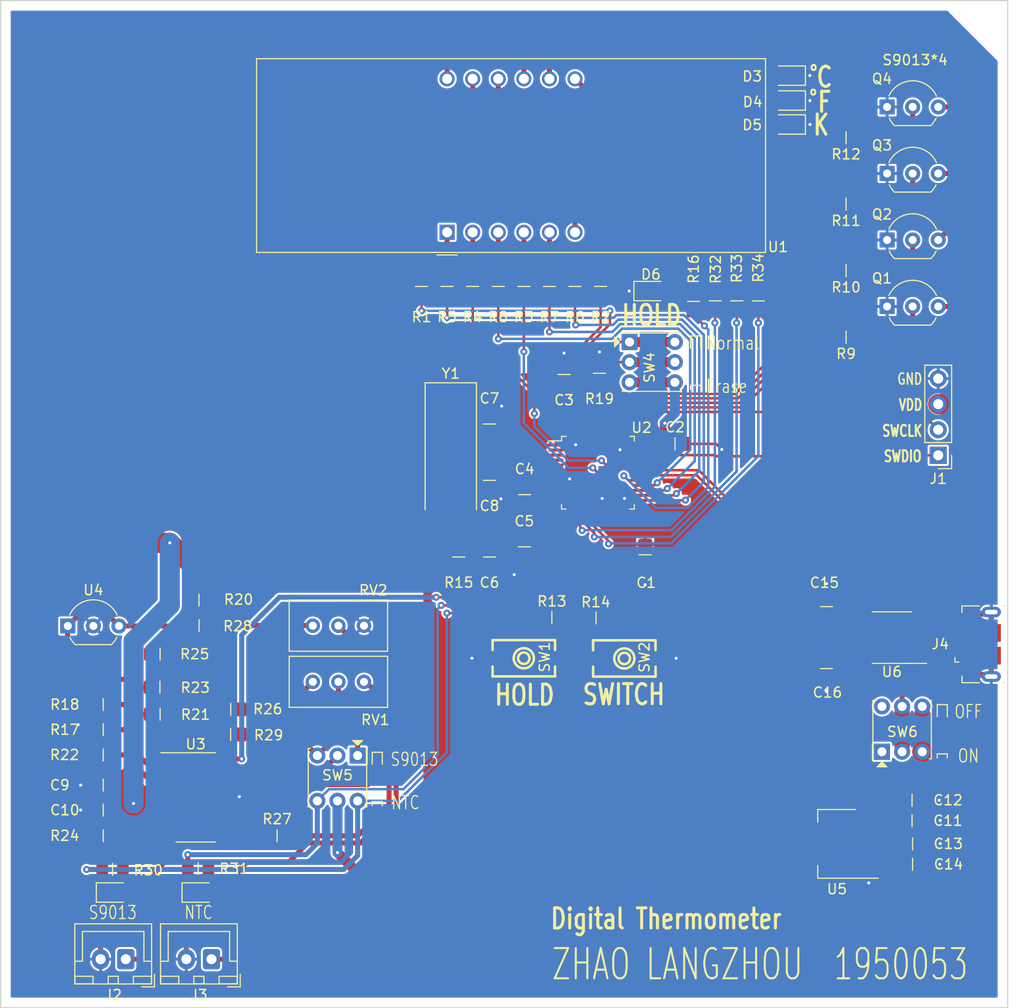
<source format=kicad_pcb>
(kicad_pcb (version 20171130) (host pcbnew "(5.1.10)-1")
  (layers (0 F.Cu signal) (31 B.Cu signal) (34 B.Paste user hide) (35 F.Paste user hide) (36 B.SilkS user) (37 F.SilkS user) (38 B.Mask user) (39 F.Mask user) (44 Edge.Cuts user))
  (net 0 "")
  (net 1 GND)
  (net 2 VDD)
  (net 3 /SWCLK)
  (net 4 /SWDIO)
  (net 5 +5V)
  (net 6 "Net-(Q1-Pad3)")
  (net 7 "Net-(Q1-Pad2)")
  (net 8 "Net-(Q2-Pad3)")
  (net 9 "Net-(Q2-Pad2)")
  (net 10 "Net-(Q3-Pad3)")
  (net 11 "Net-(Q3-Pad2)")
  (net 12 "Net-(Q4-Pad3)")
  (net 13 "Net-(Q4-Pad2)")
  (net 14 "Net-(R1-Pad1)")
  (net 15 "Net-(R6-Pad1)")
  (net 16 "Net-(R2-Pad1)")
  (net 17 "Net-(R7-Pad1)")
  (net 18 "Net-(R3-Pad1)")
  (net 19 "Net-(R8-Pad1)")
  (net 20 "Net-(R4-Pad1)")
  (net 21 "Net-(R5-Pad1)")
  (net 22 /LED_B)
  (net 23 /LED_A)
  (net 24 /LED_CC4)
  (net 25 /LED_CC3)
  (net 26 /LED_CC2)
  (net 27 /LED_CC1)
  (net 28 "Net-(U2-Pad39)")
  (net 29 "Net-(U2-Pad38)")
  (net 30 /UART_RX)
  (net 31 /UART_TX)
  (net 32 /LED_DP)
  (net 33 /LED_G)
  (net 34 /LED_F)
  (net 35 /LED_D)
  (net 36 /LED_C)
  (net 37 "Net-(U2-Pad19)")
  (net 38 "Net-(U2-Pad18)")
  (net 39 /ADC_IN)
  (net 40 "Net-(C6-Pad1)")
  (net 41 "Net-(C8-Pad1)")
  (net 42 "Net-(C7-Pad1)")
  (net 43 "Net-(U2-Pad4)")
  (net 44 "Net-(U2-Pad3)")
  (net 45 "Net-(U2-Pad2)")
  (net 46 /VREF2.5V)
  (net 47 "Net-(R18-Pad2)")
  (net 48 "Net-(R21-Pad2)")
  (net 49 /Howland)
  (net 50 "Net-(R23-Pad2)")
  (net 51 "Net-(R24-Pad2)")
  (net 52 "Net-(U6-Pad4)")
  (net 53 /LED_E)
  (net 54 /NTC)
  (net 55 /KEY1)
  (net 56 /KEY2)
  (net 57 "Net-(R17-Pad2)")
  (net 58 "Net-(R19-Pad1)")
  (net 59 "Net-(R22-Pad2)")
  (net 60 "Net-(R26-Pad2)")
  (net 61 "Net-(R27-Pad2)")
  (net 62 "Net-(R27-Pad1)")
  (net 63 "Net-(SW4-Pad2)")
  (net 64 "Net-(J4-Pad3)")
  (net 65 "Net-(J4-Pad4)")
  (net 66 "Net-(J4-Pad1)")
  (net 67 "Net-(J4-Pad2)")
  (net 68 "Net-(SW6-Pad1)")
  (net 69 "Net-(SW6-Pad6)")
  (net 70 "Net-(D1-Pad2)")
  (net 71 "Net-(D2-Pad2)")
  (net 72 "Net-(R28-Pad1)")
  (net 73 /S9013)
  (net 74 "Net-(RV2-Pad2)")
  (net 75 /SWITCH)
  (net 76 /S9013_IN)
  (net 77 /NTC_IN)
  (net 78 "Net-(D3-Pad2)")
  (net 79 "Net-(D4-Pad2)")
  (net 80 "Net-(D5-Pad2)")
  (net 81 "Net-(D6-Pad2)")
  (net 82 /C)
  (net 83 /F)
  (net 84 /K)
  (net 85 /HOLD)
  (net 86 "Net-(U2-Pad33)")
  (net 87 "Net-(U2-Pad32)")
  (module custom_footprint:R_0805_2012Metric_Pad1.15x1.40mm_HandSolder (layer F.Cu) (at 118.81 79.865 90)
    (fp_text reference R16 (at 3.205 0 90) (layer F.SilkS))
    (fp_text value 330)
    (pad 2 smd roundrect (at 1.025 0 90) (size 1.15 1.4) (layers F.Cu F.Paste F.Mask) (roundrect_rratio 0.2173904347826087) (net 81 "Net-(D6-Pad2)"))
    (pad 1 smd roundrect (at -1.025 0 90) (size 1.15 1.4) (layers F.Cu F.Paste F.Mask) (roundrect_rratio 0.2173904347826087) (net 85 /HOLD))
  )
  (module custom_footprint:R_0805_2012Metric_Pad1.15x1.40mm_HandSolder (layer F.Cu) (at 125.24 79.82 90)
    (fp_text reference R34 (at 3.275 0 270) (layer F.SilkS))
    (fp_text value 330)
    (pad 2 smd roundrect (at 1.025 0 90) (size 1.15 1.4) (layers F.Cu F.Paste F.Mask) (roundrect_rratio 0.2173904347826087) (net 80 "Net-(D5-Pad2)"))
    (pad 1 smd roundrect (at -1.025 0 90) (size 1.15 1.4) (layers F.Cu F.Paste F.Mask) (roundrect_rratio 0.2173904347826087) (net 84 /K))
  )
  (module custom_footprint:R_0805_2012Metric_Pad1.15x1.40mm_HandSolder (layer F.Cu) (at 123.096666 79.815 90)
    (fp_text reference R33 (at 3.225 0 90) (layer F.SilkS))
    (fp_text value 330)
    (pad 2 smd roundrect (at 1.025 0 90) (size 1.15 1.4) (layers F.Cu F.Paste F.Mask) (roundrect_rratio 0.2173904347826087) (net 79 "Net-(D4-Pad2)"))
    (pad 1 smd roundrect (at -1.025 0 90) (size 1.15 1.4) (layers F.Cu F.Paste F.Mask) (roundrect_rratio 0.2173904347826087) (net 83 /F))
  )
  (module custom_footprint:R_0805_2012Metric_Pad1.15x1.40mm_HandSolder (layer F.Cu) (at 120.953333 79.815 90)
    (fp_text reference R32 (at 3.14 0.05 90) (layer F.SilkS))
    (fp_text value 330)
    (pad 2 smd roundrect (at 1.025 0 90) (size 1.15 1.4) (layers F.Cu F.Paste F.Mask) (roundrect_rratio 0.2173904347826087) (net 78 "Net-(D3-Pad2)"))
    (pad 1 smd roundrect (at -1.025 0 90) (size 1.15 1.4) (layers F.Cu F.Paste F.Mask) (roundrect_rratio 0.2173904347826087) (net 82 /C))
  )
  (module LED_SMD:LED_0805_2012Metric (layer F.Cu) (at 114.57 78.84)
    (fp_text reference D6 (at 0 -1.65) (layer F.SilkS))
    (fp_text value LED)
    (pad 2 smd roundrect (at 0.9375 0) (size 0.975 1.4) (layers F.Cu F.Paste F.Mask) (net 81 "Net-(D6-Pad2)"))
    (pad 1 smd roundrect (at -0.9375 0) (size 0.975 1.4) (layers F.Cu F.Paste F.Mask) (net 1 GND))
  )
  (module LED_SMD:LED_0805_2012Metric (layer F.Cu) (at 128.2275 62.3 180)
    (fp_text reference D5 (at 3.5975 -0.05) (layer F.SilkS))
    (fp_text value LED)
    (pad 2 smd roundrect (at 0.9375 0 180) (size 0.975 1.4) (layers F.Cu F.Paste F.Mask) (net 80 "Net-(D5-Pad2)"))
    (pad 1 smd roundrect (at -0.9375 0 180) (size 0.975 1.4) (layers F.Cu F.Paste F.Mask) (net 1 GND))
  )
  (module LED_SMD:LED_0805_2012Metric (layer F.Cu) (at 128.2275 59.92 180)
    (fp_text reference D4 (at 3.5575 -0.15) (layer F.SilkS))
    (fp_text value LED)
    (pad 2 smd roundrect (at 0.9375 0 180) (size 0.975 1.4) (layers F.Cu F.Paste F.Mask) (net 79 "Net-(D4-Pad2)"))
    (pad 1 smd roundrect (at -0.9375 0 180) (size 0.975 1.4) (layers F.Cu F.Paste F.Mask) (net 1 GND))
  )
  (module LED_SMD:LED_0805_2012Metric (layer F.Cu) (at 128.2275 57.45 180)
    (fp_text reference D3 (at 3.5975 -0.08) (layer F.SilkS))
    (fp_text value LED)
    (pad 2 smd roundrect (at 0.9375 0 180) (size 0.975 1.4) (layers F.Cu F.Paste F.Mask) (net 78 "Net-(D3-Pad2)"))
    (pad 1 smd roundrect (at -0.9375 0 180) (size 0.975 1.4) (layers F.Cu F.Paste F.Mask) (net 1 GND))
  )
  (module custom_footprint:R_0805_2012Metric_Pad1.15x1.40mm_HandSolder (layer F.Cu) (at 69.615 136.19)
    (fp_text reference R31 (at 3.565 0) (layer F.SilkS))
    (fp_text value 330)
    (pad 2 smd roundrect (at 1.025 0) (size 1.15 1.4) (layers F.Cu F.Paste F.Mask) (roundrect_rratio 0.2173904347826087) (net 71 "Net-(D2-Pad2)"))
    (pad 1 smd roundrect (at -1.025 0) (size 1.15 1.4) (layers F.Cu F.Paste F.Mask) (roundrect_rratio 0.2173904347826087) (net 77 /NTC_IN))
  )
  (module custom_footprint:R_0805_2012Metric_Pad1.15x1.40mm_HandSolder (layer F.Cu) (at 61.115 136.26)
    (fp_text reference R30 (at 3.545 0.09) (layer F.SilkS))
    (fp_text value 330)
    (pad 2 smd roundrect (at 1.025 0) (size 1.15 1.4) (layers F.Cu F.Paste F.Mask) (roundrect_rratio 0.2173904347826087) (net 70 "Net-(D1-Pad2)"))
    (pad 1 smd roundrect (at -1.025 0) (size 1.15 1.4) (layers F.Cu F.Paste F.Mask) (roundrect_rratio 0.2173904347826087) (net 76 /S9013_IN))
  )
  (module LED_SMD:LED_0805_2012Metric (layer F.Cu) (at 69.7 138.56)
    (fp_text reference D2)
    (fp_text value LED)
    (pad 2 smd roundrect (at 0.9375 0) (size 0.975 1.4) (layers F.Cu F.Paste F.Mask) (net 71 "Net-(D2-Pad2)"))
    (pad 1 smd roundrect (at -0.9375 0) (size 0.975 1.4) (layers F.Cu F.Paste F.Mask) (net 1 GND))
  )
  (module LED_SMD:LED_0805_2012Metric (layer F.Cu) (at 61.19 138.56)
    (fp_text reference D1)
    (fp_text value LED)
    (pad 2 smd roundrect (at 0.9375 0) (size 0.975 1.4) (layers F.Cu F.Paste F.Mask) (net 70 "Net-(D1-Pad2)"))
    (pad 1 smd roundrect (at -0.9375 0) (size 0.975 1.4) (layers F.Cu F.Paste F.Mask) (net 1 GND))
  )
  (module custom_footprint:SW_DPDT_PUSHLOCK_5.8x5.8mm (layer F.Cu) (at 85.45 124.96 180)
    (fp_text reference SW5 (at 2 -1.96) (layer F.SilkS))
    (fp_text value " ")
    (pad 6 thru_hole circle (at 0 -4.5 180) (size 1.6 1.6) (drill 0.9) (layers *.Cu *.Mask) (net 76 /S9013_IN))
    (pad 3 thru_hole circle (at 4 0 180) (size 1.6 1.6) (drill 0.9) (layers *.Cu *.Mask) (net 54 /NTC))
    (pad 5 thru_hole circle (at 2 -4.5 180) (size 1.6 1.6) (drill 0.9) (layers *.Cu *.Mask) (net 2 VDD))
    (pad 2 thru_hole circle (at 2 0 180) (size 1.6 1.6) (drill 0.9) (layers *.Cu *.Mask) (net 75 /SWITCH))
    (pad 4 thru_hole circle (at 4 -4.5 180) (size 1.6 1.6) (drill 0.9) (layers *.Cu *.Mask) (net 77 /NTC_IN))
    (pad 1 thru_hole rect (at 0 0 180) (size 1.6 1.6) (drill 0.9) (layers *.Cu *.Mask) (net 73 /S9013))
  )
  (module custom_footprint:SW_DPDT_PUSHLOCK_5.8x5.8mm (layer F.Cu) (at 112.45 83.9 270)
    (fp_text reference SW4 (at 2.54 -1.98 90) (layer F.SilkS))
    (fp_text value " ")
    (pad 6 thru_hole circle (at 0 -4.5 270) (size 1.6 1.6) (drill 0.9) (layers *.Cu *.Mask) (net 58 "Net-(R19-Pad1)"))
    (pad 3 thru_hole circle (at 4 0 270) (size 1.6 1.6) (drill 0.9) (layers *.Cu *.Mask) (net 2 VDD))
    (pad 5 thru_hole circle (at 2 -4.5 270) (size 1.6 1.6) (drill 0.9) (layers *.Cu *.Mask) (net 63 "Net-(SW4-Pad2)"))
    (pad 2 thru_hole circle (at 2 0 270) (size 1.6 1.6) (drill 0.9) (layers *.Cu *.Mask) (net 63 "Net-(SW4-Pad2)"))
    (pad 4 thru_hole circle (at 4 -4.5 270) (size 1.6 1.6) (drill 0.9) (layers *.Cu *.Mask) (net 2 VDD))
    (pad 1 thru_hole rect (at 0 0 270) (size 1.6 1.6) (drill 0.9) (layers *.Cu *.Mask) (net 58 "Net-(R19-Pad1)"))
  )
  (module custom_footprint:R_0805_2012Metric_Pad1.15x1.40mm_HandSolder (layer F.Cu) (at 69.705 112.05 180)
    (fp_text reference R28 (at -3.845 -0.07) (layer F.SilkS))
    (fp_text value 22K)
    (pad 2 smd roundrect (at 1.025 0 180) (size 1.15 1.4) (layers F.Cu F.Paste F.Mask) (roundrect_rratio 0.2173904347826087) (net 46 /VREF2.5V))
    (pad 1 smd roundrect (at -1.025 0 180) (size 1.15 1.4) (layers F.Cu F.Paste F.Mask) (roundrect_rratio 0.2173904347826087) (net 72 "Net-(R28-Pad1)"))
  )
  (module Connector_JST:JST_XH_B2B-XH-A_1x02_P2.50mm_Vertical (layer F.Cu) (at 70.94 145.18 180)
    (fp_text reference J3 (at 1.25 -3.55) (layer F.SilkS))
    (fp_text value XH-2A)
    (pad 2 thru_hole oval (at 2.5 0 180) (size 1.7 2) (drill 1) (layers *.Cu *.Mask) (net 1 GND))
    (pad 1 thru_hole roundrect (at 0 0 180) (size 1.7 2) (drill 1) (layers *.Cu *.Mask) (roundrect_rratio 0.1470588235294118) (net 54 /NTC))
  )
  (module custom_footprint:KEY-SMD_L6.2-W3.6-LS8.0 (layer F.Cu) (at 111.93 115.32 180)
    (fp_text reference SW2 (at -2 0.12 270) (layer F.SilkS))
    (fp_text value SW_Push)
    (pad 2 smd rect (at 3.8 0 180) (size 1.5 1.4) (layers F.Cu F.Paste F.Mask) (net 56 /KEY2))
    (pad 1 smd rect (at -3.8 0 180) (size 1.5 1.4) (layers F.Cu F.Paste F.Mask) (net 1 GND))
  )
  (module custom_footprint:KEY-SMD_L6.2-W3.6-LS8.0 (layer F.Cu) (at 101.95 115.3)
    (fp_text reference SW1 (at 2.07 -0.13 270) (layer F.SilkS))
    (fp_text value SW_Push)
    (pad 2 smd rect (at 3.8 0) (size 1.5 1.4) (layers F.Cu F.Paste F.Mask) (net 55 /KEY1))
    (pad 1 smd rect (at -3.8 0) (size 1.5 1.4) (layers F.Cu F.Paste F.Mask) (net 1 GND))
  )
  (module custom_footprint:R_0805_2012Metric_Pad1.15x1.40mm_HandSolder (layer F.Cu) (at 109.125 111.29)
    (fp_text reference R14 (at -0.025 -1.56) (layer F.SilkS))
    (fp_text value 10K)
    (pad 2 smd roundrect (at 1.025 0) (size 1.15 1.4) (layers F.Cu F.Paste F.Mask) (roundrect_rratio 0.2173904347826087) (net 2 VDD))
    (pad 1 smd roundrect (at -1.025 0) (size 1.15 1.4) (layers F.Cu F.Paste F.Mask) (roundrect_rratio 0.2173904347826087) (net 56 /KEY2))
  )
  (module custom_footprint:R_0805_2012Metric_Pad1.15x1.40mm_HandSolder (layer F.Cu) (at 104.735 111.24 180)
    (fp_text reference R13 (at -0.005 1.59) (layer F.SilkS))
    (fp_text value 10K)
    (pad 2 smd roundrect (at 1.025 0 180) (size 1.15 1.4) (layers F.Cu F.Paste F.Mask) (roundrect_rratio 0.2173904347826087) (net 2 VDD))
    (pad 1 smd roundrect (at -1.025 0 180) (size 1.15 1.4) (layers F.Cu F.Paste F.Mask) (roundrect_rratio 0.2173904347826087) (net 55 /KEY1))
  )
  (module Crystal:Crystal_SMD_HC49-SD (layer F.Cu) (at 94.7 94.65 270)
    (fp_text reference Y1 (at -7.62 0 180) (layer F.SilkS))
    (fp_text value Crystal_SMD49S)
    (pad 2 smd rect (at 4.25 0 270) (size 4.5 2) (layers F.Cu F.Paste F.Mask) (net 41 "Net-(C8-Pad1)"))
    (pad 1 smd rect (at -4.25 0 270) (size 4.5 2) (layers F.Cu F.Paste F.Mask) (net 42 "Net-(C7-Pad1)"))
  )
  (module Package_QFP:LQFP-48_7x7mm_P0.5mm (layer F.Cu) (at 109.3085 96.878)
    (fp_text reference U2 (at 4.33 -4.4735) (layer F.SilkS))
    (fp_text value STM32F102C4Tx)
    (pad 48 smd roundrect (at -2.75 -4.1625) (size 0.3 1.475) (layers F.Cu F.Paste F.Mask) (net 2 VDD))
    (pad 47 smd roundrect (at -2.25 -4.1625) (size 0.3 1.475) (layers F.Cu F.Paste F.Mask) (net 1 GND))
    (pad 46 smd roundrect (at -1.75 -4.1625) (size 0.3 1.475) (layers F.Cu F.Paste F.Mask) (net 22 /LED_B))
    (pad 45 smd roundrect (at -1.25 -4.1625) (size 0.3 1.475) (layers F.Cu F.Paste F.Mask) (net 23 /LED_A))
    (pad 44 smd roundrect (at -0.75 -4.1625) (size 0.3 1.475) (layers F.Cu F.Paste F.Mask) (net 63 "Net-(SW4-Pad2)"))
    (pad 43 smd roundrect (at -0.25 -4.1625) (size 0.3 1.475) (layers F.Cu F.Paste F.Mask) (net 24 /LED_CC4))
    (pad 42 smd roundrect (at 0.25 -4.1625) (size 0.3 1.475) (layers F.Cu F.Paste F.Mask) (net 25 /LED_CC3))
    (pad 41 smd roundrect (at 0.75 -4.1625) (size 0.3 1.475) (layers F.Cu F.Paste F.Mask) (net 26 /LED_CC2))
    (pad 40 smd roundrect (at 1.25 -4.1625) (size 0.3 1.475) (layers F.Cu F.Paste F.Mask) (net 27 /LED_CC1))
    (pad 39 smd roundrect (at 1.75 -4.1625) (size 0.3 1.475) (layers F.Cu F.Paste F.Mask) (net 28 "Net-(U2-Pad39)"))
    (pad 38 smd roundrect (at 2.25 -4.1625) (size 0.3 1.475) (layers F.Cu F.Paste F.Mask) (net 29 "Net-(U2-Pad38)"))
    (pad 37 smd roundrect (at 2.75 -4.1625) (size 0.3 1.475) (layers F.Cu F.Paste F.Mask) (net 3 /SWCLK))
    (pad 36 smd roundrect (at 4.1625 -2.75) (size 1.475 0.3) (layers F.Cu F.Paste F.Mask) (net 2 VDD))
    (pad 35 smd roundrect (at 4.1625 -2.25) (size 1.475 0.3) (layers F.Cu F.Paste F.Mask) (net 1 GND))
    (pad 34 smd roundrect (at 4.1625 -1.75) (size 1.475 0.3) (layers F.Cu F.Paste F.Mask) (net 4 /SWDIO))
    (pad 33 smd roundrect (at 4.1625 -1.25) (size 1.475 0.3) (layers F.Cu F.Paste F.Mask) (net 86 "Net-(U2-Pad33)"))
    (pad 32 smd roundrect (at 4.1625 -0.75) (size 1.475 0.3) (layers F.Cu F.Paste F.Mask) (net 87 "Net-(U2-Pad32)"))
    (pad 31 smd roundrect (at 4.1625 -0.25) (size 1.475 0.3) (layers F.Cu F.Paste F.Mask) (net 30 /UART_RX))
    (pad 30 smd roundrect (at 4.1625 0.25) (size 1.475 0.3) (layers F.Cu F.Paste F.Mask) (net 31 /UART_TX))
    (pad 29 smd roundrect (at 4.1625 0.75) (size 1.475 0.3) (layers F.Cu F.Paste F.Mask) (net 85 /HOLD))
    (pad 28 smd roundrect (at 4.1625 1.25) (size 1.475 0.3) (layers F.Cu F.Paste F.Mask) (net 32 /LED_DP))
    (pad 27 smd roundrect (at 4.1625 1.75) (size 1.475 0.3) (layers F.Cu F.Paste F.Mask) (net 33 /LED_G))
    (pad 26 smd roundrect (at 4.1625 2.25) (size 1.475 0.3) (layers F.Cu F.Paste F.Mask) (net 34 /LED_F))
    (pad 25 smd roundrect (at 4.1625 2.75) (size 1.475 0.3) (layers F.Cu F.Paste F.Mask) (net 53 /LED_E))
    (pad 24 smd roundrect (at 2.75 4.1625) (size 0.3 1.475) (layers F.Cu F.Paste F.Mask) (net 2 VDD))
    (pad 23 smd roundrect (at 2.25 4.1625) (size 0.3 1.475) (layers F.Cu F.Paste F.Mask) (net 1 GND))
    (pad 22 smd roundrect (at 1.75 4.1625) (size 0.3 1.475) (layers F.Cu F.Paste F.Mask) (net 35 /LED_D))
    (pad 21 smd roundrect (at 1.25 4.1625) (size 0.3 1.475) (layers F.Cu F.Paste F.Mask) (net 36 /LED_C))
    (pad 20 smd roundrect (at 0.75 4.1625) (size 0.3 1.475) (layers F.Cu F.Paste F.Mask) (net 1 GND))
    (pad 19 smd roundrect (at 0.25 4.1625) (size 0.3 1.475) (layers F.Cu F.Paste F.Mask) (net 37 "Net-(U2-Pad19)"))
    (pad 18 smd roundrect (at -0.25 4.1625) (size 0.3 1.475) (layers F.Cu F.Paste F.Mask) (net 38 "Net-(U2-Pad18)"))
    (pad 17 smd roundrect (at -0.75 4.1625) (size 0.3 1.475) (layers F.Cu F.Paste F.Mask) (net 84 /K))
    (pad 16 smd roundrect (at -1.25 4.1625) (size 0.3 1.475) (layers F.Cu F.Paste F.Mask) (net 83 /F))
    (pad 15 smd roundrect (at -1.75 4.1625) (size 0.3 1.475) (layers F.Cu F.Paste F.Mask) (net 82 /C))
    (pad 14 smd roundrect (at -2.25 4.1625) (size 0.3 1.475) (layers F.Cu F.Paste F.Mask) (net 56 /KEY2))
    (pad 13 smd roundrect (at -2.75 4.1625) (size 0.3 1.475) (layers F.Cu F.Paste F.Mask) (net 55 /KEY1))
    (pad 12 smd roundrect (at -4.1625 2.75) (size 1.475 0.3) (layers F.Cu F.Paste F.Mask) (net 76 /S9013_IN))
    (pad 11 smd roundrect (at -4.1625 2.25) (size 1.475 0.3) (layers F.Cu F.Paste F.Mask) (net 77 /NTC_IN))
    (pad 10 smd roundrect (at -4.1625 1.75) (size 1.475 0.3) (layers F.Cu F.Paste F.Mask) (net 39 /ADC_IN))
    (pad 9 smd roundrect (at -4.1625 1.25) (size 1.475 0.3) (layers F.Cu F.Paste F.Mask) (net 2 VDD))
    (pad 8 smd roundrect (at -4.1625 0.75) (size 1.475 0.3) (layers F.Cu F.Paste F.Mask) (net 1 GND))
    (pad 7 smd roundrect (at -4.1625 0.25) (size 1.475 0.3) (layers F.Cu F.Paste F.Mask) (net 40 "Net-(C6-Pad1)"))
    (pad 6 smd roundrect (at -4.1625 -0.25) (size 1.475 0.3) (layers F.Cu F.Paste F.Mask) (net 41 "Net-(C8-Pad1)"))
    (pad 5 smd roundrect (at -4.1625 -0.75) (size 1.475 0.3) (layers F.Cu F.Paste F.Mask) (net 42 "Net-(C7-Pad1)"))
    (pad 4 smd roundrect (at -4.1625 -1.25) (size 1.475 0.3) (layers F.Cu F.Paste F.Mask) (net 43 "Net-(U2-Pad4)"))
    (pad 3 smd roundrect (at -4.1625 -1.75) (size 1.475 0.3) (layers F.Cu F.Paste F.Mask) (net 44 "Net-(U2-Pad3)"))
    (pad 2 smd roundrect (at -4.1625 -2.25) (size 1.475 0.3) (layers F.Cu F.Paste F.Mask) (net 45 "Net-(U2-Pad2)"))
    (pad 1 smd roundrect (at -4.1625 -2.75) (size 1.475 0.3) (layers F.Cu F.Paste F.Mask) (net 2 VDD))
  )
  (module Package_TO_SOT_THT:TO-92_Inline_Wide (layer F.Cu) (at 138.022 60.56)
    (fp_text reference Q4 (at -0.508 -2.794) (layer F.SilkS))
    (fp_text value S9013)
    (pad 1 thru_hole rect (at 0 0) (size 1.5 1.5) (drill 0.8) (layers *.Cu *.Mask) (net 1 GND))
    (pad 3 thru_hole circle (at 5.08 0) (size 1.5 1.5) (drill 0.8) (layers *.Cu *.Mask) (net 12 "Net-(Q4-Pad3)"))
    (pad 2 thru_hole circle (at 2.54 0) (size 1.5 1.5) (drill 0.8) (layers *.Cu *.Mask) (net 13 "Net-(Q4-Pad2)"))
  )
  (module Display_7Segment:CA56-12CGKWA (layer F.Cu) (at 94.334 73.006 90)
    (fp_text reference U1 (at -1.454 32.856 180) (layer F.SilkS))
    (fp_text value CC56-12CGKWA)
    (pad 12 thru_hole circle (at 15.24 0 90) (size 1.5 1.5) (drill 1) (layers *.Cu *.Mask) (net 6 "Net-(Q1-Pad3)"))
    (pad 11 thru_hole circle (at 15.24 2.54 90) (size 1.5 1.5) (drill 1) (layers *.Cu *.Mask) (net 14 "Net-(R1-Pad1)"))
    (pad 10 thru_hole circle (at 15.24 5.08 90) (size 1.5 1.5) (drill 1) (layers *.Cu *.Mask) (net 15 "Net-(R6-Pad1)"))
    (pad 9 thru_hole circle (at 15.24 7.62 90) (size 1.5 1.5) (drill 1) (layers *.Cu *.Mask) (net 8 "Net-(Q2-Pad3)"))
    (pad 8 thru_hole circle (at 15.24 10.16 90) (size 1.5 1.5) (drill 1) (layers *.Cu *.Mask) (net 10 "Net-(Q3-Pad3)"))
    (pad 7 thru_hole circle (at 15.24 12.7 90) (size 1.5 1.5) (drill 1) (layers *.Cu *.Mask) (net 16 "Net-(R2-Pad1)"))
    (pad 6 thru_hole circle (at 0 12.7 90) (size 1.5 1.5) (drill 1) (layers *.Cu *.Mask) (net 12 "Net-(Q4-Pad3)"))
    (pad 5 thru_hole circle (at 0 10.16 90) (size 1.5 1.5) (drill 1) (layers *.Cu *.Mask) (net 17 "Net-(R7-Pad1)"))
    (pad 4 thru_hole circle (at 0 7.62 90) (size 1.5 1.5) (drill 1) (layers *.Cu *.Mask) (net 18 "Net-(R3-Pad1)"))
    (pad 3 thru_hole circle (at 0 5.08 90) (size 1.5 1.5) (drill 1) (layers *.Cu *.Mask) (net 19 "Net-(R8-Pad1)"))
    (pad 2 thru_hole circle (at 0 2.54 90) (size 1.5 1.5) (drill 1) (layers *.Cu *.Mask) (net 20 "Net-(R4-Pad1)"))
    (pad 1 thru_hole rect (at 0 0 90) (size 1.5 1.5) (drill 1) (layers *.Cu *.Mask) (net 21 "Net-(R5-Pad1)"))
  )
  (module Package_TO_SOT_THT:TO-92_Inline_Wide (layer F.Cu) (at 56.67 112.095)
    (fp_text reference U4 (at 2.54 -3.56) (layer F.SilkS))
    (fp_text value TL431LP)
    (pad 1 thru_hole rect (at 0 0) (size 1.5 1.5) (drill 0.8) (layers *.Cu *.Mask) (net 46 /VREF2.5V))
    (pad 3 thru_hole circle (at 5.08 0) (size 1.5 1.5) (drill 0.8) (layers *.Cu *.Mask) (net 46 /VREF2.5V))
    (pad 2 thru_hole circle (at 2.54 0) (size 1.5 1.5) (drill 0.8) (layers *.Cu *.Mask) (net 1 GND))
  )
  (module Package_SO:SOIC-14_3.9x8.7mm_P1.27mm (layer F.Cu) (at 69.368 129.113)
    (fp_text reference U3 (at 0 -5.28) (layer F.SilkS))
    (fp_text value LM324D)
    (pad 14 smd roundrect (at 2.475 -3.81) (size 1.95 0.6) (layers F.Cu F.Paste F.Mask) (net 39 /ADC_IN))
    (pad 13 smd roundrect (at 2.475 -2.54) (size 1.95 0.6) (layers F.Cu F.Paste F.Mask) (net 75 /SWITCH))
    (pad 12 smd roundrect (at 2.475 -1.27) (size 1.95 0.6) (layers F.Cu F.Paste F.Mask) (net 74 "Net-(RV2-Pad2)"))
    (pad 11 smd roundrect (at 2.475 0) (size 1.95 0.6) (layers F.Cu F.Paste F.Mask) (net 1 GND))
    (pad 10 smd roundrect (at 2.475 1.27) (size 1.95 0.6) (layers F.Cu F.Paste F.Mask) (net 49 /Howland))
    (pad 9 smd roundrect (at 2.475 2.54) (size 1.95 0.6) (layers F.Cu F.Paste F.Mask) (net 62 "Net-(R27-Pad1)"))
    (pad 8 smd roundrect (at 2.475 3.81) (size 1.95 0.6) (layers F.Cu F.Paste F.Mask) (net 62 "Net-(R27-Pad1)"))
    (pad 7 smd roundrect (at -2.475 3.81) (size 1.95 0.6) (layers F.Cu F.Paste F.Mask) (net 51 "Net-(R24-Pad2)"))
    (pad 6 smd roundrect (at -2.475 2.54) (size 1.95 0.6) (layers F.Cu F.Paste F.Mask) (net 51 "Net-(R24-Pad2)"))
    (pad 5 smd roundrect (at -2.475 1.27) (size 1.95 0.6) (layers F.Cu F.Paste F.Mask) (net 49 /Howland))
    (pad 4 smd roundrect (at -2.475 0) (size 1.95 0.6) (layers F.Cu F.Paste F.Mask) (net 5 +5V))
    (pad 3 smd roundrect (at -2.475 -1.27) (size 1.95 0.6) (layers F.Cu F.Paste F.Mask) (net 59 "Net-(R22-Pad2)"))
    (pad 2 smd roundrect (at -2.475 -2.54) (size 1.95 0.6) (layers F.Cu F.Paste F.Mask) (net 57 "Net-(R17-Pad2)"))
    (pad 1 smd roundrect (at -2.475 -3.81) (size 1.95 0.6) (layers F.Cu F.Paste F.Mask) (net 48 "Net-(R21-Pad2)"))
  )
  (module Package_SO:SO-8_3.9x4.9mm_P1.27mm (layer F.Cu) (at 138.495 113.251 180)
    (fp_text reference U6 (at 0 -3.4) (layer F.SilkS))
    (fp_text value CH340N)
    (pad 8 smd roundrect (at 2.575 -1.905 180) (size 1.75 0.6) (layers F.Cu F.Paste F.Mask) (net 2 VDD))
    (pad 7 smd roundrect (at 2.575 -0.635 180) (size 1.75 0.6) (layers F.Cu F.Paste F.Mask) (net 31 /UART_TX))
    (pad 6 smd roundrect (at 2.575 0.635 180) (size 1.75 0.6) (layers F.Cu F.Paste F.Mask) (net 30 /UART_RX))
    (pad 5 smd roundrect (at 2.575 1.905 180) (size 1.75 0.6) (layers F.Cu F.Paste F.Mask) (net 2 VDD))
    (pad 4 smd roundrect (at -2.575 1.905 180) (size 1.75 0.6) (layers F.Cu F.Paste F.Mask) (net 52 "Net-(U6-Pad4)"))
    (pad 3 smd roundrect (at -2.575 0.635 180) (size 1.75 0.6) (layers F.Cu F.Paste F.Mask) (net 1 GND))
    (pad 2 smd roundrect (at -2.575 -0.635 180) (size 1.75 0.6) (layers F.Cu F.Paste F.Mask) (net 67 "Net-(J4-Pad2)"))
    (pad 1 smd roundrect (at -2.575 -1.905 180) (size 1.75 0.6) (layers F.Cu F.Paste F.Mask) (net 64 "Net-(J4-Pad3)"))
  )
  (module Package_TO_SOT_SMD:SOT-223-3_TabPin2 (layer F.Cu) (at 133.044 133.728 180)
    (fp_text reference U5 (at 0 -4.5) (layer F.SilkS))
    (fp_text value LM1117-3.3)
    (pad 1 smd rect (at -3.15 -2.3 180) (size 2 1.5) (layers F.Cu F.Paste F.Mask) (net 1 GND))
    (pad 3 smd rect (at -3.15 2.3 180) (size 2 1.5) (layers F.Cu F.Paste F.Mask) (net 5 +5V))
    (pad 2 smd rect (at -3.15 0 180) (size 2 1.5) (layers F.Cu F.Paste F.Mask) (net 2 VDD))
    (pad 2 smd rect (at 3.15 0 180) (size 2 3.8) (layers F.Cu F.Paste F.Mask) (net 2 VDD))
  )
  (module custom_footprint:SW_DPDT_PUSHLOCK_5.8x5.8mm (layer F.Cu) (at 137.514 124.584)
    (fp_text reference SW6 (at 2.032 -1.98) (layer F.SilkS))
    (fp_text value " ")
    (pad 6 thru_hole circle (at 0 -4.5) (size 1.6 1.6) (drill 0.9) (layers *.Cu *.Mask) (net 69 "Net-(SW6-Pad6)"))
    (pad 3 thru_hole circle (at 4 0) (size 1.6 1.6) (drill 0.9) (layers *.Cu *.Mask) (net 5 +5V))
    (pad 5 thru_hole circle (at 2 -4.5) (size 1.6 1.6) (drill 0.9) (layers *.Cu *.Mask) (net 66 "Net-(J4-Pad1)"))
    (pad 2 thru_hole circle (at 2 0) (size 1.6 1.6) (drill 0.9) (layers *.Cu *.Mask) (net 66 "Net-(J4-Pad1)"))
    (pad 4 thru_hole circle (at 4 -4.5) (size 1.6 1.6) (drill 0.9) (layers *.Cu *.Mask) (net 5 +5V))
    (pad 1 thru_hole rect (at 0 0) (size 1.6 1.6) (drill 0.9) (layers *.Cu *.Mask) (net 68 "Net-(SW6-Pad1)"))
  )
  (module Potentiometer_THT:Potentiometer_Bourns_3296W_Vertical (layer F.Cu) (at 81 112.07 180)
    (fp_text reference RV2 (at -6 3.525 180) (layer F.SilkS))
    (fp_text value 10K)
    (pad 3 thru_hole circle (at -5.08 0 180) (size 1.44 1.44) (drill 0.8) (layers *.Cu *.Mask) (net 1 GND))
    (pad 2 thru_hole circle (at -2.54 0 180) (size 1.44 1.44) (drill 0.8) (layers *.Cu *.Mask) (net 74 "Net-(RV2-Pad2)"))
    (pad 1 thru_hole circle (at 0 0 180) (size 1.44 1.44) (drill 0.8) (layers *.Cu *.Mask) (net 72 "Net-(R28-Pad1)"))
  )
  (module Potentiometer_THT:Potentiometer_Bourns_3296W_Vertical (layer F.Cu) (at 81 117.645 180)
    (fp_text reference RV1 (at -6.2 -3.775) (layer F.SilkS))
    (fp_text value 10K)
    (pad 3 thru_hole circle (at -5.08 0 180) (size 1.44 1.44) (drill 0.8) (layers *.Cu *.Mask) (net 61 "Net-(R27-Pad2)"))
    (pad 2 thru_hole circle (at -2.54 0 180) (size 1.44 1.44) (drill 0.8) (layers *.Cu *.Mask) (net 73 /S9013))
    (pad 1 thru_hole circle (at 0 0 180) (size 1.44 1.44) (drill 0.8) (layers *.Cu *.Mask) (net 60 "Net-(R26-Pad2)"))
  )
  (module custom_footprint:R_0805_2012Metric_Pad1.15x1.40mm_HandSolder (layer F.Cu) (at 72.84 122.87)
    (fp_text reference R29 (at 3.77 0.07 180) (layer F.SilkS))
    (fp_text value 3.3K)
    (pad 2 smd roundrect (at 1.025 0) (size 1.15 1.4) (layers F.Cu F.Paste F.Mask) (roundrect_rratio 0.2173904347826087) (net 54 /NTC))
    (pad 1 smd roundrect (at -1.025 0) (size 1.15 1.4) (layers F.Cu F.Paste F.Mask) (roundrect_rratio 0.2173904347826087) (net 39 /ADC_IN))
  )
  (module custom_footprint:R_0805_2012Metric_Pad1.15x1.40mm_HandSolder (layer F.Cu) (at 77.45 132.92)
    (fp_text reference R27 (at 0 -1.65) (layer F.SilkS))
    (fp_text value 10K)
    (pad 2 smd roundrect (at 1.025 0) (size 1.15 1.4) (layers F.Cu F.Paste F.Mask) (roundrect_rratio 0.2173904347826087) (net 61 "Net-(R27-Pad2)"))
    (pad 1 smd roundrect (at -1.025 0) (size 1.15 1.4) (layers F.Cu F.Paste F.Mask) (roundrect_rratio 0.2173904347826087) (net 62 "Net-(R27-Pad1)"))
  )
  (module custom_footprint:R_0805_2012Metric_Pad1.15x1.40mm_HandSolder (layer F.Cu) (at 72.85 120.37)
    (fp_text reference R26 (at 3.675 -0.025) (layer F.SilkS))
    (fp_text value 200K)
    (pad 2 smd roundrect (at 1.025 0) (size 1.15 1.4) (layers F.Cu F.Paste F.Mask) (roundrect_rratio 0.2173904347826087) (net 60 "Net-(R26-Pad2)"))
    (pad 1 smd roundrect (at -1.025 0) (size 1.15 1.4) (layers F.Cu F.Paste F.Mask) (roundrect_rratio 0.2173904347826087) (net 39 /ADC_IN))
  )
  (module custom_footprint:R_0805_2012Metric_Pad1.15x1.40mm_HandSolder (layer F.Cu) (at 65.837 114.895)
    (fp_text reference R25 (at 3.438 0) (layer F.SilkS))
    (fp_text value 1.5K)
    (pad 2 smd roundrect (at 1.025 0) (size 1.15 1.4) (layers F.Cu F.Paste F.Mask) (roundrect_rratio 0.2173904347826087) (net 49 /Howland))
    (pad 1 smd roundrect (at -1.025 0) (size 1.15 1.4) (layers F.Cu F.Paste F.Mask) (roundrect_rratio 0.2173904347826087) (net 50 "Net-(R23-Pad2)"))
  )
  (module custom_footprint:R_0805_2012Metric_Pad1.15x1.40mm_HandSolder (layer F.Cu) (at 60.183 132.923)
    (fp_text reference R24 (at -3.819 0) (layer F.SilkS))
    (fp_text value 10K)
    (pad 2 smd roundrect (at 1.025 0) (size 1.15 1.4) (layers F.Cu F.Paste F.Mask) (roundrect_rratio 0.2173904347826087) (net 51 "Net-(R24-Pad2)"))
    (pad 1 smd roundrect (at -1.025 0) (size 1.15 1.4) (layers F.Cu F.Paste F.Mask) (roundrect_rratio 0.2173904347826087) (net 59 "Net-(R22-Pad2)"))
  )
  (module custom_footprint:R_0805_2012Metric_Pad1.15x1.40mm_HandSolder (layer F.Cu) (at 65.819 118.175)
    (fp_text reference R23 (at 3.506 0.045 180) (layer F.SilkS))
    (fp_text value 1K)
    (pad 2 smd roundrect (at 1.025 0) (size 1.15 1.4) (layers F.Cu F.Paste F.Mask) (roundrect_rratio 0.2173904347826087) (net 50 "Net-(R23-Pad2)"))
    (pad 1 smd roundrect (at -1.025 0) (size 1.15 1.4) (layers F.Cu F.Paste F.Mask) (roundrect_rratio 0.2173904347826087) (net 47 "Net-(R18-Pad2)"))
  )
  (module custom_footprint:R_0805_2012Metric_Pad1.15x1.40mm_HandSolder (layer F.Cu) (at 60.183 124.895)
    (fp_text reference R22 (at -3.833 0) (layer F.SilkS))
    (fp_text value 10K)
    (pad 2 smd roundrect (at 1.025 0) (size 1.15 1.4) (layers F.Cu F.Paste F.Mask) (roundrect_rratio 0.2173904347826087) (net 59 "Net-(R22-Pad2)"))
    (pad 1 smd roundrect (at -1.025 0) (size 1.15 1.4) (layers F.Cu F.Paste F.Mask) (roundrect_rratio 0.2173904347826087) (net 46 /VREF2.5V))
  )
  (module custom_footprint:R_0805_2012Metric_Pad1.15x1.40mm_HandSolder (layer F.Cu) (at 65.837 120.855)
    (fp_text reference R21 (at 3.513 0.04 180) (layer F.SilkS))
    (fp_text value 100)
    (pad 2 smd roundrect (at 1.025 0) (size 1.15 1.4) (layers F.Cu F.Paste F.Mask) (roundrect_rratio 0.2173904347826087) (net 48 "Net-(R21-Pad2)"))
    (pad 1 smd roundrect (at -1.025 0) (size 1.15 1.4) (layers F.Cu F.Paste F.Mask) (roundrect_rratio 0.2173904347826087) (net 47 "Net-(R18-Pad2)"))
  )
  (module custom_footprint:R_0805_2012Metric_Pad1.15x1.40mm_HandSolder (layer F.Cu) (at 69.695 109.53 180)
    (fp_text reference R20 (at -3.93 0.06) (layer F.SilkS))
    (fp_text value 1K)
    (pad 2 smd roundrect (at 1.025 0 180) (size 1.15 1.4) (layers F.Cu F.Paste F.Mask) (roundrect_rratio 0.2173904347826087) (net 46 /VREF2.5V))
    (pad 1 smd roundrect (at -1.025 0 180) (size 1.15 1.4) (layers F.Cu F.Paste F.Mask) (roundrect_rratio 0.2173904347826087) (net 5 +5V))
  )
  (module custom_footprint:R_0805_2012Metric_Pad1.15x1.40mm_HandSolder (layer F.Cu) (at 60.183 119.895 180)
    (fp_text reference R18 (at 3.81 0) (layer F.SilkS))
    (fp_text value 10K)
    (pad 2 smd roundrect (at 1.025 0 180) (size 1.15 1.4) (layers F.Cu F.Paste F.Mask) (roundrect_rratio 0.2173904347826087) (net 47 "Net-(R18-Pad2)"))
    (pad 1 smd roundrect (at -1.025 0 180) (size 1.15 1.4) (layers F.Cu F.Paste F.Mask) (roundrect_rratio 0.2173904347826087) (net 57 "Net-(R17-Pad2)"))
  )
  (module custom_footprint:R_0805_2012Metric_Pad1.15x1.40mm_HandSolder (layer F.Cu) (at 60.183 122.395)
    (fp_text reference R17 (at -3.819 0) (layer F.SilkS))
    (fp_text value 10K)
    (pad 2 smd roundrect (at 1.025 0) (size 1.15 1.4) (layers F.Cu F.Paste F.Mask) (roundrect_rratio 0.2173904347826087) (net 57 "Net-(R17-Pad2)"))
    (pad 1 smd roundrect (at -1.025 0) (size 1.15 1.4) (layers F.Cu F.Paste F.Mask) (roundrect_rratio 0.2173904347826087) (net 1 GND))
  )
  (module Connector_JST:JST_XH_B2B-XH-A_1x02_P2.50mm_Vertical (layer F.Cu) (at 62.43 145.18 180)
    (fp_text reference J2 (at 1.25 -3.55) (layer F.SilkS))
    (fp_text value XH-2A)
    (pad 2 thru_hole oval (at 2.5 0 180) (size 1.7 2) (drill 1) (layers *.Cu *.Mask) (net 1 GND))
    (pad 1 thru_hole roundrect (at 0 0 180) (size 1.7 2) (drill 1) (layers *.Cu *.Mask) (roundrect_rratio 0.1470588235294118) (net 49 /Howland))
  )
  (module custom_footprint:C_0805_2012Metric_Pad1.15x1.40mm_HandSolder (layer F.Cu) (at 132 116.325 270)
    (fp_text reference C16 (at 2.375 -0.1 180) (layer F.SilkS))
    (fp_text value 0.1μF)
    (pad 2 smd roundrect (at 1.025 0 270) (size 1.15 1.4) (layers F.Cu F.Paste F.Mask) (roundrect_rratio 0.2173904347826087) (net 1 GND))
    (pad 1 smd roundrect (at -1.025 0 270) (size 1.15 1.4) (layers F.Cu F.Paste F.Mask) (roundrect_rratio 0.2173904347826087) (net 2 VDD))
  )
  (module custom_footprint:C_0805_2012Metric_Pad1.15x1.40mm_HandSolder (layer F.Cu) (at 132 110.175 90)
    (fp_text reference C15 (at 2.375 -0.2 180) (layer F.SilkS))
    (fp_text value 0.1μF)
    (pad 2 smd roundrect (at 1.025 0 90) (size 1.15 1.4) (layers F.Cu F.Paste F.Mask) (roundrect_rratio 0.2173904347826087) (net 1 GND))
    (pad 1 smd roundrect (at -1.025 0 90) (size 1.15 1.4) (layers F.Cu F.Paste F.Mask) (roundrect_rratio 0.2173904347826087) (net 2 VDD))
  )
  (module custom_footprint:R_0805_2012Metric_Pad1.15x1.40mm_HandSolder (layer F.Cu) (at 109.46 87.005 90)
    (fp_text reference R19 (at -2.532 0 180) (layer F.SilkS))
    (fp_text value 10K)
    (pad 2 smd roundrect (at 1.025 0 90) (size 1.15 1.4) (layers F.Cu F.Paste F.Mask) (roundrect_rratio 0.2173904347826087) (net 1 GND))
    (pad 1 smd roundrect (at -1.025 0 90) (size 1.15 1.4) (layers F.Cu F.Paste F.Mask) (roundrect_rratio 0.2173904347826087) (net 58 "Net-(R19-Pad1)"))
  )
  (module custom_footprint:R_0805_2012Metric_Pad1.15x1.40mm_HandSolder (layer F.Cu) (at 95.494 105.248 90)
    (fp_text reference R15 (at -2.54 0 180) (layer F.SilkS))
    (fp_text value 10K)
    (pad 2 smd roundrect (at 1.025 0 90) (size 1.15 1.4) (layers F.Cu F.Paste F.Mask) (roundrect_rratio 0.2173904347826087) (net 40 "Net-(C6-Pad1)"))
    (pad 1 smd roundrect (at -1.025 0 90) (size 1.15 1.4) (layers F.Cu F.Paste F.Mask) (roundrect_rratio 0.2173904347826087) (net 2 VDD))
  )
  (module custom_footprint:R_0805_2012Metric_Pad1.15x1.40mm_HandSolder (layer F.Cu) (at 133.949 63.608 180)
    (fp_text reference R12 (at 0 -1.65) (layer F.SilkS))
    (fp_text value 1K)
    (pad 2 smd roundrect (at 1.025 0 180) (size 1.15 1.4) (layers F.Cu F.Paste F.Mask) (roundrect_rratio 0.2173904347826087) (net 24 /LED_CC4))
    (pad 1 smd roundrect (at -1.025 0 180) (size 1.15 1.4) (layers F.Cu F.Paste F.Mask) (roundrect_rratio 0.2173904347826087) (net 13 "Net-(Q4-Pad2)"))
  )
  (module custom_footprint:R_0805_2012Metric_Pad1.15x1.40mm_HandSolder (layer F.Cu) (at 133.949 70.212 180)
    (fp_text reference R11 (at 0 -1.65) (layer F.SilkS))
    (fp_text value 1K)
    (pad 2 smd roundrect (at 1.025 0 180) (size 1.15 1.4) (layers F.Cu F.Paste F.Mask) (roundrect_rratio 0.2173904347826087) (net 25 /LED_CC3))
    (pad 1 smd roundrect (at -1.025 0 180) (size 1.15 1.4) (layers F.Cu F.Paste F.Mask) (roundrect_rratio 0.2173904347826087) (net 11 "Net-(Q3-Pad2)"))
  )
  (module custom_footprint:R_0805_2012Metric_Pad1.15x1.40mm_HandSolder (layer F.Cu) (at 133.949 76.816 180)
    (fp_text reference R10 (at 0 -1.65) (layer F.SilkS))
    (fp_text value 1K)
    (pad 2 smd roundrect (at 1.025 0 180) (size 1.15 1.4) (layers F.Cu F.Paste F.Mask) (roundrect_rratio 0.2173904347826087) (net 26 /LED_CC2))
    (pad 1 smd roundrect (at -1.025 0 180) (size 1.15 1.4) (layers F.Cu F.Paste F.Mask) (roundrect_rratio 0.2173904347826087) (net 9 "Net-(Q2-Pad2)"))
  )
  (module custom_footprint:R_0805_2012Metric_Pad1.15x1.40mm_HandSolder (layer F.Cu) (at 133.949 83.42 180)
    (fp_text reference R9 (at 0 -1.65) (layer F.SilkS))
    (fp_text value 1K)
    (pad 2 smd roundrect (at 1.025 0 180) (size 1.15 1.4) (layers F.Cu F.Paste F.Mask) (roundrect_rratio 0.2173904347826087) (net 27 /LED_CC1))
    (pad 1 smd roundrect (at -1.025 0 180) (size 1.15 1.4) (layers F.Cu F.Paste F.Mask) (roundrect_rratio 0.2173904347826087) (net 7 "Net-(Q1-Pad2)"))
  )
  (module custom_footprint:R_0805_2012Metric_Pad1.15x1.40mm_HandSolder (layer F.Cu) (at 99.414 78.381 270)
    (fp_text reference R8 (at 3.039 0 180) (layer F.SilkS))
    (fp_text value 470)
    (pad 2 smd roundrect (at 1.025 0 270) (size 1.15 1.4) (layers F.Cu F.Paste F.Mask) (roundrect_rratio 0.2173904347826087) (net 32 /LED_DP))
    (pad 1 smd roundrect (at -1.025 0 270) (size 1.15 1.4) (layers F.Cu F.Paste F.Mask) (roundrect_rratio 0.2173904347826087) (net 19 "Net-(R8-Pad1)"))
  )
  (module custom_footprint:R_0805_2012Metric_Pad1.15x1.40mm_HandSolder (layer F.Cu) (at 104.494 78.381 270)
    (fp_text reference R7 (at 3.039 0 180) (layer F.SilkS))
    (fp_text value 470)
    (pad 2 smd roundrect (at 1.025 0 270) (size 1.15 1.4) (layers F.Cu F.Paste F.Mask) (roundrect_rratio 0.2173904347826087) (net 33 /LED_G))
    (pad 1 smd roundrect (at -1.025 0 270) (size 1.15 1.4) (layers F.Cu F.Paste F.Mask) (roundrect_rratio 0.2173904347826087) (net 17 "Net-(R7-Pad1)"))
  )
  (module custom_footprint:R_0805_2012Metric_Pad1.15x1.40mm_HandSolder (layer F.Cu) (at 107.034 78.381 270)
    (fp_text reference R6 (at 3.039 0 180) (layer F.SilkS))
    (fp_text value 470)
    (pad 2 smd roundrect (at 1.025 0 270) (size 1.15 1.4) (layers F.Cu F.Paste F.Mask) (roundrect_rratio 0.2173904347826087) (net 34 /LED_F))
    (pad 1 smd roundrect (at -1.025 0 270) (size 1.15 1.4) (layers F.Cu F.Paste F.Mask) (roundrect_rratio 0.2173904347826087) (net 15 "Net-(R6-Pad1)"))
  )
  (module custom_footprint:R_0805_2012Metric_Pad1.15x1.40mm_HandSolder (layer F.Cu) (at 94.334 78.381 270)
    (fp_text reference R5 (at 3.039 0 180) (layer F.SilkS))
    (fp_text value 470)
    (pad 2 smd roundrect (at 1.025 0 270) (size 1.15 1.4) (layers F.Cu F.Paste F.Mask) (roundrect_rratio 0.2173904347826087) (net 53 /LED_E))
    (pad 1 smd roundrect (at -1.025 0 270) (size 1.15 1.4) (layers F.Cu F.Paste F.Mask) (roundrect_rratio 0.2173904347826087) (net 21 "Net-(R5-Pad1)"))
  )
  (module custom_footprint:R_0805_2012Metric_Pad1.15x1.40mm_HandSolder (layer F.Cu) (at 96.874 78.381 270)
    (fp_text reference R4 (at 3.039 0 180) (layer F.SilkS))
    (fp_text value 470)
    (pad 2 smd roundrect (at 1.025 0 270) (size 1.15 1.4) (layers F.Cu F.Paste F.Mask) (roundrect_rratio 0.2173904347826087) (net 35 /LED_D))
    (pad 1 smd roundrect (at -1.025 0 270) (size 1.15 1.4) (layers F.Cu F.Paste F.Mask) (roundrect_rratio 0.2173904347826087) (net 20 "Net-(R4-Pad1)"))
  )
  (module custom_footprint:R_0805_2012Metric_Pad1.15x1.40mm_HandSolder (layer F.Cu) (at 101.954 78.381 270)
    (fp_text reference R3 (at 3.039 0) (layer F.SilkS))
    (fp_text value 470)
    (pad 2 smd roundrect (at 1.025 0 270) (size 1.15 1.4) (layers F.Cu F.Paste F.Mask) (roundrect_rratio 0.2173904347826087) (net 36 /LED_C))
    (pad 1 smd roundrect (at -1.025 0 270) (size 1.15 1.4) (layers F.Cu F.Paste F.Mask) (roundrect_rratio 0.2173904347826087) (net 18 "Net-(R3-Pad1)"))
  )
  (module custom_footprint:R_0805_2012Metric_Pad1.15x1.40mm_HandSolder (layer F.Cu) (at 109.574 78.381 270)
    (fp_text reference R2 (at 3.039 0 180) (layer F.SilkS))
    (fp_text value 470)
    (pad 2 smd roundrect (at 1.025 0 270) (size 1.15 1.4) (layers F.Cu F.Paste F.Mask) (roundrect_rratio 0.2173904347826087) (net 22 /LED_B))
    (pad 1 smd roundrect (at -1.025 0 270) (size 1.15 1.4) (layers F.Cu F.Paste F.Mask) (roundrect_rratio 0.2173904347826087) (net 16 "Net-(R2-Pad1)"))
  )
  (module custom_footprint:R_0805_2012Metric_Pad1.15x1.40mm_HandSolder (layer F.Cu) (at 91.794 78.381 270)
    (fp_text reference R1 (at 3.039 0) (layer F.SilkS))
    (fp_text value 470)
    (pad 2 smd roundrect (at 1.025 0 270) (size 1.15 1.4) (layers F.Cu F.Paste F.Mask) (roundrect_rratio 0.2173904347826087) (net 23 /LED_A))
    (pad 1 smd roundrect (at -1.025 0 270) (size 1.15 1.4) (layers F.Cu F.Paste F.Mask) (roundrect_rratio 0.2173904347826087) (net 14 "Net-(R1-Pad1)"))
  )
  (module custom_footprint:C_0805_2012Metric_Pad1.15x1.40mm_HandSolder (layer F.Cu) (at 140.553 135.76)
    (fp_text reference C14 (at 3.565 0) (layer F.SilkS))
    (fp_text value 10μF)
    (pad 2 smd roundrect (at 1.025 0) (size 1.15 1.4) (layers F.Cu F.Paste F.Mask) (roundrect_rratio 0.2173904347826087) (net 1 GND))
    (pad 1 smd roundrect (at -1.025 0) (size 1.15 1.4) (layers F.Cu F.Paste F.Mask) (roundrect_rratio 0.2173904347826087) (net 2 VDD))
  )
  (module custom_footprint:C_0805_2012Metric_Pad1.15x1.40mm_HandSolder (layer F.Cu) (at 140.55 133.728)
    (fp_text reference C13 (at 3.547 0) (layer F.SilkS))
    (fp_text value 0.1μF)
    (pad 2 smd roundrect (at 1.025 0) (size 1.15 1.4) (layers F.Cu F.Paste F.Mask) (roundrect_rratio 0.2173904347826087) (net 1 GND))
    (pad 1 smd roundrect (at -1.025 0) (size 1.15 1.4) (layers F.Cu F.Paste F.Mask) (roundrect_rratio 0.2173904347826087) (net 2 VDD))
  )
  (module custom_footprint:C_0805_2012Metric_Pad1.15x1.40mm_HandSolder (layer F.Cu) (at 140.5 129.396)
    (fp_text reference C12 (at 3.565 0) (layer F.SilkS))
    (fp_text value 0.1μF)
    (pad 2 smd roundrect (at 1.025 0) (size 1.15 1.4) (layers F.Cu F.Paste F.Mask) (roundrect_rratio 0.2173904347826087) (net 1 GND))
    (pad 1 smd roundrect (at -1.025 0) (size 1.15 1.4) (layers F.Cu F.Paste F.Mask) (roundrect_rratio 0.2173904347826087) (net 5 +5V))
  )
  (module custom_footprint:C_0805_2012Metric_Pad1.15x1.40mm_HandSolder (layer F.Cu) (at 140.5 131.428)
    (fp_text reference C11 (at 3.565 0) (layer F.SilkS))
    (fp_text value 10μF)
    (pad 2 smd roundrect (at 1.025 0) (size 1.15 1.4) (layers F.Cu F.Paste F.Mask) (roundrect_rratio 0.2173904347826087) (net 1 GND))
    (pad 1 smd roundrect (at -1.025 0) (size 1.15 1.4) (layers F.Cu F.Paste F.Mask) (roundrect_rratio 0.2173904347826087) (net 5 +5V))
  )
  (module custom_footprint:C_0805_2012Metric_Pad1.15x1.40mm_HandSolder (layer F.Cu) (at 60.183 130.383 180)
    (fp_text reference C10 (at 3.81 0) (layer F.SilkS))
    (fp_text value 10μF)
    (pad 2 smd roundrect (at 1.025 0 180) (size 1.15 1.4) (layers F.Cu F.Paste F.Mask) (roundrect_rratio 0.2173904347826087) (net 1 GND))
    (pad 1 smd roundrect (at -1.025 0 180) (size 1.15 1.4) (layers F.Cu F.Paste F.Mask) (roundrect_rratio 0.2173904347826087) (net 5 +5V))
  )
  (module custom_footprint:C_0805_2012Metric_Pad1.15x1.40mm_HandSolder (layer F.Cu) (at 60.183 127.895 180)
    (fp_text reference C9 (at 4.308 0) (layer F.SilkS))
    (fp_text value 0.1μF)
    (pad 2 smd roundrect (at 1.025 0 180) (size 1.15 1.4) (layers F.Cu F.Paste F.Mask) (roundrect_rratio 0.2173904347826087) (net 1 GND))
    (pad 1 smd roundrect (at -1.025 0 180) (size 1.15 1.4) (layers F.Cu F.Paste F.Mask) (roundrect_rratio 0.2173904347826087) (net 5 +5V))
  )
  (module custom_footprint:C_0805_2012Metric_Pad1.15x1.40mm_HandSolder (layer F.Cu) (at 98.542 97.637 270)
    (fp_text reference C8 (at 2.531 0 180) (layer F.SilkS))
    (fp_text value 22pF)
    (pad 2 smd roundrect (at 1.025 0 270) (size 1.15 1.4) (layers F.Cu F.Paste F.Mask) (roundrect_rratio 0.2173904347826087) (net 1 GND))
    (pad 1 smd roundrect (at -1.025 0 270) (size 1.15 1.4) (layers F.Cu F.Paste F.Mask) (roundrect_rratio 0.2173904347826087) (net 41 "Net-(C8-Pad1)"))
  )
  (module custom_footprint:C_0805_2012Metric_Pad1.15x1.40mm_HandSolder (layer F.Cu) (at 98.542 92.04 90)
    (fp_text reference C7 (at 2.54 0 180) (layer F.SilkS))
    (fp_text value 22pF)
    (pad 2 smd roundrect (at 1.025 0 90) (size 1.15 1.4) (layers F.Cu F.Paste F.Mask) (roundrect_rratio 0.2173904347826087) (net 1 GND))
    (pad 1 smd roundrect (at -1.025 0 90) (size 1.15 1.4) (layers F.Cu F.Paste F.Mask) (roundrect_rratio 0.2173904347826087) (net 42 "Net-(C7-Pad1)"))
  )
  (module custom_footprint:C_0805_2012Metric_Pad1.15x1.40mm_HandSolder (layer F.Cu) (at 98.542 105.248 270)
    (fp_text reference C6 (at 2.54 0 180) (layer F.SilkS))
    (fp_text value 0.1μF)
    (pad 2 smd roundrect (at 1.025 0 270) (size 1.15 1.4) (layers F.Cu F.Paste F.Mask) (roundrect_rratio 0.2173904347826087) (net 1 GND))
    (pad 1 smd roundrect (at -1.025 0 270) (size 1.15 1.4) (layers F.Cu F.Paste F.Mask) (roundrect_rratio 0.2173904347826087) (net 40 "Net-(C6-Pad1)"))
  )
  (module custom_footprint:C_0805_2012Metric_Pad1.15x1.40mm_HandSolder (layer F.Cu) (at 102 104.241 270)
    (fp_text reference C5 (at -2.549 0 180) (layer F.SilkS))
    (fp_text value 10μF)
    (pad 2 smd roundrect (at 1.025 0 270) (size 1.15 1.4) (layers F.Cu F.Paste F.Mask) (roundrect_rratio 0.2173904347826087) (net 1 GND))
    (pad 1 smd roundrect (at -1.025 0 270) (size 1.15 1.4) (layers F.Cu F.Paste F.Mask) (roundrect_rratio 0.2173904347826087) (net 2 VDD))
  )
  (module custom_footprint:C_0805_2012Metric_Pad1.15x1.40mm_HandSolder (layer F.Cu) (at 102.03 99.055 90)
    (fp_text reference C4 (at 2.549 0 180) (layer F.SilkS))
    (fp_text value 0.1μF)
    (pad 2 smd roundrect (at 1.025 0 90) (size 1.15 1.4) (layers F.Cu F.Paste F.Mask) (roundrect_rratio 0.2173904347826087) (net 1 GND))
    (pad 1 smd roundrect (at -1.025 0 90) (size 1.15 1.4) (layers F.Cu F.Paste F.Mask) (roundrect_rratio 0.2173904347826087) (net 2 VDD))
  )
  (module custom_footprint:C_0805_2012Metric_Pad1.15x1.40mm_HandSolder (layer F.Cu) (at 105.95 87.125 90)
    (fp_text reference C3 (at -2.541 0) (layer F.SilkS))
    (fp_text value 0.1μF)
    (pad 2 smd roundrect (at 1.025 0 90) (size 1.15 1.4) (layers F.Cu F.Paste F.Mask) (roundrect_rratio 0.2173904347826087) (net 1 GND))
    (pad 1 smd roundrect (at -1.025 0 90) (size 1.15 1.4) (layers F.Cu F.Paste F.Mask) (roundrect_rratio 0.2173904347826087) (net 2 VDD))
  )
  (module custom_footprint:C_0805_2012Metric_Pad1.15x1.40mm_HandSolder (layer F.Cu) (at 116.965 94.01)
    (fp_text reference C2 (at 0 -1.65) (layer F.SilkS))
    (fp_text value 0.1μF)
    (pad 2 smd roundrect (at 1.025 0) (size 1.15 1.4) (layers F.Cu F.Paste F.Mask) (roundrect_rratio 0.2173904347826087) (net 1 GND))
    (pad 1 smd roundrect (at -1.025 0) (size 1.15 1.4) (layers F.Cu F.Paste F.Mask) (roundrect_rratio 0.2173904347826087) (net 2 VDD))
  )
  (module custom_footprint:C_0805_2012Metric_Pad1.15x1.40mm_HandSolder (layer F.Cu) (at 114 105.025 270)
    (fp_text reference C1 (at 2.775 -0.1 180) (layer F.SilkS))
    (fp_text value 0.1μF)
    (pad 2 smd roundrect (at 1.025 0 270) (size 1.15 1.4) (layers F.Cu F.Paste F.Mask) (roundrect_rratio 0.2173904347826087) (net 1 GND))
    (pad 1 smd roundrect (at -1.025 0 270) (size 1.15 1.4) (layers F.Cu F.Paste F.Mask) (roundrect_rratio 0.2173904347826087) (net 2 VDD))
  )
  (module Package_TO_SOT_THT:TO-92_Inline_Wide (layer F.Cu) (at 138.022 67.164)
    (fp_text reference Q3 (at -0.508 -2.794) (layer F.SilkS))
    (fp_text value S9013)
    (pad 1 thru_hole rect (at 0 0) (size 1.5 1.5) (drill 0.8) (layers *.Cu *.Mask) (net 1 GND))
    (pad 3 thru_hole circle (at 5.08 0) (size 1.5 1.5) (drill 0.8) (layers *.Cu *.Mask) (net 10 "Net-(Q3-Pad3)"))
    (pad 2 thru_hole circle (at 2.54 0) (size 1.5 1.5) (drill 0.8) (layers *.Cu *.Mask) (net 11 "Net-(Q3-Pad2)"))
  )
  (module Package_TO_SOT_THT:TO-92_Inline_Wide (layer F.Cu) (at 138.022 73.768)
    (fp_text reference Q2 (at -0.508 -2.54) (layer F.SilkS))
    (fp_text value S9013)
    (pad 1 thru_hole rect (at 0 0) (size 1.5 1.5) (drill 0.8) (layers *.Cu *.Mask) (net 1 GND))
    (pad 3 thru_hole circle (at 5.08 0) (size 1.5 1.5) (drill 0.8) (layers *.Cu *.Mask) (net 8 "Net-(Q2-Pad3)"))
    (pad 2 thru_hole circle (at 2.54 0) (size 1.5 1.5) (drill 0.8) (layers *.Cu *.Mask) (net 9 "Net-(Q2-Pad2)"))
  )
  (module Package_TO_SOT_THT:TO-92_Inline_Wide (layer F.Cu) (at 138.022 80.372)
    (fp_text reference Q1 (at -0.508 -2.794) (layer F.SilkS))
    (fp_text value S9013)
    (pad 1 thru_hole rect (at 0 0) (size 1.5 1.5) (drill 0.8) (layers *.Cu *.Mask) (net 1 GND))
    (pad 3 thru_hole circle (at 5.08 0) (size 1.5 1.5) (drill 0.8) (layers *.Cu *.Mask) (net 6 "Net-(Q1-Pad3)"))
    (pad 2 thru_hole circle (at 2.54 0) (size 1.5 1.5) (drill 0.8) (layers *.Cu *.Mask) (net 7 "Net-(Q1-Pad2)"))
  )
  (module custom_footprint:USB_Micro-B_LongPin_6.4mmSnap_Nop (layer F.Cu) (at 147.166 113.916 90)
    (fp_text reference J4 (at 0.016 -3.866 180) (layer F.SilkS))
    (fp_text value USB_B_Micro)
    (pad 6 smd rect (at -3 -0.8 90) (size 1.15 1.45) (layers F.Cu F.Paste F.Mask) (net 1 GND))
    (pad 6 smd rect (at 3 -0.8 90) (size 1.15 1.45) (layers F.Cu F.Paste F.Mask) (net 1 GND))
    (pad 6 thru_hole oval (at 3.2 1.2 90) (size 1.05 1.9) (drill oval 0.45 1.25) (layers *.Cu *.Mask) (net 1 GND))
    (pad 6 thru_hole oval (at -3.2 1.2 270) (size 1.05 1.9) (drill oval 0.45 1.25) (layers *.Cu *.Mask) (net 1 GND))
    (pad 6 smd rect (at -1.125 1.2 90) (size 1.75 1.9) (layers F.Cu F.Paste F.Mask) (net 1 GND))
    (pad 3 smd rect (at 0 -1.6 90) (size 0.4 2) (layers F.Cu F.Paste F.Mask) (net 64 "Net-(J4-Pad3)"))
    (pad 4 smd rect (at 0.65 -1.6 90) (size 0.4 2) (layers F.Cu F.Paste F.Mask) (net 65 "Net-(J4-Pad4)"))
    (pad 5 smd rect (at 1.3 -1.6 90) (size 0.4 2) (layers F.Cu F.Paste F.Mask) (net 1 GND))
    (pad 1 smd rect (at -1.3 -1.6 90) (size 0.4 2) (layers F.Cu F.Paste F.Mask) (net 66 "Net-(J4-Pad1)"))
    (pad 2 smd rect (at -0.65 -1.6 90) (size 0.4 2) (layers F.Cu F.Paste F.Mask) (net 67 "Net-(J4-Pad2)"))
    (pad 6 smd rect (at 1.125 1.2 90) (size 1.75 1.9) (layers F.Cu F.Paste F.Mask) (net 1 GND))
  )
  (module Connector_PinHeader_2.54mm:PinHeader_1x04_P2.54mm_Vertical (layer F.Cu) (at 143.1 95.15 180)
    (fp_text reference J1 (at 0 -2.33) (layer F.SilkS))
    (fp_text value hdr1x4)
    (pad 4 thru_hole oval (at 0 7.62 180) (size 1.7 1.7) (drill 1) (layers *.Cu *.Mask) (net 1 GND))
    (pad 3 thru_hole oval (at 0 5.08 180) (size 1.7 1.7) (drill 1) (layers *.Cu *.Mask) (net 2 VDD))
    (pad 2 thru_hole oval (at 0 2.54 180) (size 1.7 1.7) (drill 1) (layers *.Cu *.Mask) (net 3 /SWCLK))
    (pad 1 thru_hole rect (at 0 0 180) (size 1.7 1.7) (drill 1) (layers *.Cu *.Mask) (net 4 /SWDIO))
  )
  (gr_text HOLD (at 114.64 81.26) (layer F.SilkS) (effects (font (size 2 1.5) (thickness 0.3))))
  (gr_text o (at 130.69 59) (layer F.SilkS) (effects (font (size 0.75 0.75) (thickness 0.1875))))
  (gr_text K (at 131.48 62.35) (layer F.SilkS) (effects (font (size 2 1.5) (thickness 0.3))))
  (gr_text F (at 131.81 60.09) (layer F.SilkS) (effects (font (size 2 1.5) (thickness 0.3))))
  (gr_text o (at 130.73 56.55) (layer F.SilkS) (effects (font (size 0.75 0.75) (thickness 0.1875))))
  (gr_text C (at 131.81 57.6) (layer F.SilkS) (effects (font (size 2 1.5) (thickness 0.3))))
  (gr_text SWITCH (at 111.88 118.91) (layer F.SilkS) (effects (font (size 2 1.5) (thickness 0.3))))
  (gr_text HOLD (at 102.03 118.96) (layer F.SilkS) (effects (font (size 2 1.5) (thickness 0.3))))
  (gr_text "Digital Thermometer" (at 116.08 141.17) (layer F.SilkS) (effects (font (size 2 1.5) (thickness 0.3))))
  (gr_text ON (at 146.1 125) (layer F.SilkS) (effects (font (size 1.3 1) (thickness 0.12))))
  (gr_text "OFF\n" (at 146.1 120.6) (layer F.SilkS) (effects (font (size 1.3 1) (thickness 0.12))))
  (gr_line (start 143 121.1) (end 143 119.9) (layer F.SilkS) (width 0.12))
  (gr_line (start 144 124.8) (end 144 125.2) (layer F.SilkS) (width 0.12))
  (gr_line (start 143 124.8) (end 144 124.8) (layer F.SilkS) (width 0.12))
  (gr_line (start 143 125.2) (end 143 124.8) (layer F.SilkS) (width 0.12))
  (gr_line (start 143 119.9) (end 144 119.9) (layer F.SilkS) (width 0.12))
  (gr_line (start 144 119.9) (end 144 121.1) (layer F.SilkS) (width 0.12))
  (gr_text NTC (at 90.2 129.64) (layer F.SilkS) (effects (font (size 1.3 1) (thickness 0.12))))
  (gr_text S9013 (at 91.1 125.34) (layer F.SilkS) (effects (font (size 1.3 1) (thickness 0.12))))
  (gr_line (start 86.9 125.84) (end 86.9 124.64) (layer F.SilkS) (width 0.12))
  (gr_line (start 87.9 129.54) (end 87.9 129.94) (layer F.SilkS) (width 0.12))
  (gr_line (start 86.9 129.54) (end 87.9 129.54) (layer F.SilkS) (width 0.12))
  (gr_line (start 86.9 129.94) (end 86.9 129.54) (layer F.SilkS) (width 0.12))
  (gr_line (start 86.9 124.64) (end 87.9 124.64) (layer F.SilkS) (width 0.12))
  (gr_line (start 87.9 124.64) (end 87.9 125.84) (layer F.SilkS) (width 0.12))
  (gr_text Erase (at 122.1 88.3) (layer F.SilkS) (effects (font (size 1.3 1) (thickness 0.12))))
  (gr_text Normal (at 122.7 84) (layer F.SilkS) (effects (font (size 1.3 1) (thickness 0.12))))
  (gr_line (start 119.5 83.3) (end 119.5 84.5) (layer F.SilkS) (width 0.12))
  (gr_line (start 118.5 83.3) (end 119.5 83.3) (layer F.SilkS) (width 0.12))
  (gr_line (start 118.5 84.5) (end 118.5 83.3) (layer F.SilkS) (width 0.12))
  (gr_line (start 119.5 88.2) (end 119.5 88.6) (layer F.SilkS) (width 0.12))
  (gr_line (start 118.5 88.2) (end 119.5 88.2) (layer F.SilkS) (width 0.12))
  (gr_line (start 118.5 88.6) (end 118.5 88.2) (layer F.SilkS) (width 0.12))
  (gr_text NTC (at 69.66 140.55) (layer F.SilkS) (effects (font (size 1.3 1) (thickness 0.12))))
  (gr_text S9013 (at 61.14 140.55) (layer F.SilkS) (effects (font (size 1.3 1) (thickness 0.12))))
  (gr_text S9013*4 (at 140.8 55.9) (layer F.SilkS) (effects (font (size 1 1))))
  (gr_text SWDIO (at 139.575 95.25) (layer F.SilkS) (effects (font (size 1.1 0.8) (thickness 0.2))))
  (gr_text SWCLK (at 139.525 92.725) (layer F.SilkS) (effects (font (size 1.1 0.8) (thickness 0.2))))
  (gr_text VDD (at 140.35 90.15) (layer F.SilkS) (effects (font (size 1.1 0.8) (thickness 0.1875))))
  (gr_text GND (at 140.275 87.575) (layer F.SilkS) (effects (font (size 1.1 0.8) (thickness 0.15625))))
  (gr_text "ZHAO LANGZHOU  1950053" (at 125.4 145.7) (layer F.SilkS) (effects (font (size 3 2) (thickness 0.2))))
  (gr_line (start 50 50) (end 50 150) (layer Edge.Cuts) (width 0.12))
  (gr_line (start 150 50) (end 50 50) (layer Edge.Cuts) (width 0.12))
  (gr_line (start 150 150) (end 150 50) (layer Edge.Cuts) (width 0.12))
  (gr_line (start 50 150) (end 150 150) (layer Edge.Cuts) (width 0.12))
  (segment (start 141.07 112.616) (end 145.566 112.616) (width 0.3) (layer F.Cu) (net 1))
  (segment (start 145.566 112.616) (end 146.434 112.616) (width 0.3) (layer F.Cu) (net 1))
  (segment (start 146.366 112.176) (end 146.366 110.916) (width 0.5) (layer F.Cu) (net 1))
  (segment (start 148.166 110.916) (end 148.366 110.716) (width 0.5) (layer F.Cu) (net 1))
  (segment (start 146.366 110.916) (end 148.166 110.916) (width 0.5) (layer F.Cu) (net 1))
  (segment (start 148.366 112.791) (end 148.366 110.716) (width 0.5) (layer F.Cu) (net 1))
  (segment (start 145.566 112.616) (end 148.191 112.616) (width 0.3) (layer F.Cu) (net 1))
  (segment (start 148.191 112.616) (end 148.366 112.791) (width 0.3) (layer F.Cu) (net 1))
  (segment (start 145.926 112.616) (end 146.366 112.176) (width 0.3) (layer F.Cu) (net 1))
  (segment (start 145.566 112.616) (end 145.926 112.616) (width 0.3) (layer F.Cu) (net 1))
  (segment (start 148.366 112.791) (end 148.366 115.041) (width 0.5) (layer F.Cu) (net 1))
  (segment (start 148.366 115.041) (end 148.366 117.116) (width 0.5) (layer F.Cu) (net 1))
  (segment (start 148.166 116.916) (end 148.366 117.116) (width 0.5) (layer F.Cu) (net 1))
  (segment (start 146.366 116.916) (end 148.166 116.916) (width 0.5) (layer F.Cu) (net 1))
  (via (at 101 107) (size 0.7) (drill 0.3) (layers F.Cu B.Cu) (net 1))
  (segment (start 102 106) (end 101 107) (width 0.25) (layer F.Cu) (net 1))
  (segment (start 102 105.266) (end 102 106) (width 0.25) (layer F.Cu) (net 1))
  (segment (start 100 107) (end 101 107) (width 0.25) (layer F.Cu) (net 1))
  (segment (start 99.273 106.273) (end 100 107) (width 0.25) (layer F.Cu) (net 1))
  (segment (start 98.542 106.273) (end 99.273 106.273) (width 0.25) (layer F.Cu) (net 1))
  (via (at 114 108) (size 0.7) (drill 0.3) (layers F.Cu B.Cu) (net 1))
  (segment (start 114 106.05) (end 114 108) (width 0.25) (layer F.Cu) (net 1))
  (via (at 109.46 84.88) (size 0.7) (drill 0.3) (layers F.Cu B.Cu) (net 1))
  (segment (start 109.46 85.98) (end 109.46 84.88) (width 0.25) (layer F.Cu) (net 1))
  (via (at 143.2 129.4) (size 0.7) (drill 0.3) (layers F.Cu B.Cu) (net 1))
  (segment (start 143.196 129.396) (end 143.2 129.4) (width 0.5) (layer F.Cu) (net 1))
  (segment (start 141.578 129.396) (end 143.196 129.396) (width 0.5) (layer F.Cu) (net 1))
  (via (at 143.3 131.4) (size 0.7) (drill 0.3) (layers F.Cu B.Cu) (net 1))
  (segment (start 143.272 131.428) (end 143.3 131.4) (width 0.5) (layer F.Cu) (net 1))
  (segment (start 141.578 131.428) (end 143.272 131.428) (width 0.5) (layer F.Cu) (net 1))
  (segment (start 141.578 133.728) (end 143.072 133.728) (width 0.5) (layer F.Cu) (net 1))
  (via (at 143.3 133.7) (size 0.7) (drill 0.3) (layers F.Cu B.Cu) (net 1))
  (segment (start 143.1 133.7) (end 143.3 133.7) (width 0.5) (layer F.Cu) (net 1))
  (segment (start 143.072 133.728) (end 143.1 133.7) (width 0.5) (layer F.Cu) (net 1))
  (segment (start 141.578 135.76) (end 143.24 135.76) (width 0.5) (layer F.Cu) (net 1))
  (via (at 143.24 135.76) (size 0.7) (drill 0.3) (layers F.Cu B.Cu) (net 1))
  (via (at 132 107.9) (size 0.7) (drill 0.3) (layers F.Cu B.Cu) (net 1))
  (segment (start 132 109.15) (end 132 107.9) (width 0.25) (layer F.Cu) (net 1))
  (via (at 132 118.6) (size 0.7) (drill 0.3) (layers F.Cu B.Cu) (net 1))
  (segment (start 132 117.35) (end 132 118.6) (width 0.25) (layer F.Cu) (net 1))
  (via (at 107.1 94.1) (size 0.7) (drill 0.3) (layers F.Cu B.Cu) (net 1))
  (segment (start 107.0585 94.0585) (end 107.1 94.1) (width 0.25) (layer F.Cu) (net 1))
  (segment (start 107.0585 92.7155) (end 107.0585 94.0585) (width 0.25) (layer F.Cu) (net 1))
  (via (at 106.5 97.5) (size 0.7) (drill 0.3) (layers F.Cu B.Cu) (net 1))
  (segment (start 106.372 97.628) (end 106.5 97.5) (width 0.25) (layer F.Cu) (net 1))
  (segment (start 105.146 97.628) (end 106.372 97.628) (width 0.25) (layer F.Cu) (net 1))
  (via (at 109.735367 99.434866) (size 0.7) (drill 0.3) (layers F.Cu B.Cu) (net 1))
  (segment (start 110.0585 99.757999) (end 109.735367 99.434866) (width 0.25) (layer F.Cu) (net 1))
  (segment (start 110.0585 101.0405) (end 110.0585 99.757999) (width 0.25) (layer F.Cu) (net 1))
  (via (at 111.951416 99.431923) (size 0.7) (drill 0.3) (layers F.Cu B.Cu) (net 1))
  (segment (start 111.5585 99.824839) (end 111.951416 99.431923) (width 0.25) (layer F.Cu) (net 1))
  (segment (start 111.5585 101.0405) (end 111.5585 99.824839) (width 0.25) (layer F.Cu) (net 1))
  (via (at 57.7 121.895) (size 0.7) (drill 0.3) (layers F.Cu B.Cu) (net 1))
  (segment (start 58.2 122.395) (end 57.7 121.895) (width 0.5) (layer F.Cu) (net 1))
  (segment (start 59.158 122.395) (end 58.2 122.395) (width 0.5) (layer F.Cu) (net 1))
  (via (at 73.7 129.045) (size 0.7) (drill 0.3) (layers F.Cu B.Cu) (net 1))
  (segment (start 73.632 129.113) (end 73.7 129.045) (width 0.5) (layer F.Cu) (net 1))
  (segment (start 71.843 129.113) (end 73.632 129.113) (width 0.5) (layer F.Cu) (net 1))
  (via (at 136.2 137.6) (size 0.7) (drill 0.3) (layers F.Cu B.Cu) (net 1))
  (segment (start 136.194 137.594) (end 136.2 137.6) (width 0.5) (layer F.Cu) (net 1))
  (segment (start 136.194 136.028) (end 136.194 137.594) (width 0.5) (layer F.Cu) (net 1))
  (via (at 57.95 130.37) (size 0.7) (drill 0.3) (layers F.Cu B.Cu) (net 1))
  (segment (start 57.963 130.383) (end 57.95 130.37) (width 0.5) (layer F.Cu) (net 1))
  (segment (start 59.158 130.383) (end 57.963 130.383) (width 0.5) (layer F.Cu) (net 1))
  (via (at 57.95 127.9) (size 0.7) (drill 0.3) (layers F.Cu B.Cu) (net 1))
  (segment (start 57.955 127.895) (end 57.95 127.9) (width 0.5) (layer F.Cu) (net 1))
  (segment (start 59.158 127.895) (end 57.955 127.895) (width 0.5) (layer F.Cu) (net 1))
  (via (at 105.95 85) (size 0.7) (drill 0.3) (layers F.Cu B.Cu) (net 1))
  (segment (start 105.95 86.1) (end 105.95 85) (width 0.25) (layer F.Cu) (net 1))
  (via (at 111.5 94.6) (size 0.7) (drill 0.3) (layers F.Cu B.Cu) (net 1))
  (segment (start 113.471 94.628) (end 111.528 94.628) (width 0.25) (layer F.Cu) (net 1))
  (segment (start 111.528 94.628) (end 111.5 94.6) (width 0.25) (layer F.Cu) (net 1))
  (segment (start 68.7625 145.1675) (end 68.43 145.5) (width 0.5) (layer F.Cu) (net 1))
  (segment (start 60.2525 145.1675) (end 59.92 145.5) (width 0.5) (layer F.Cu) (net 1))
  (segment (start 59.93 138.8825) (end 60.2525 138.56) (width 0.5) (layer F.Cu) (net 1))
  (segment (start 59.93 145.18) (end 59.93 138.8825) (width 0.5) (layer F.Cu) (net 1))
  (segment (start 68.44 138.8825) (end 68.7625 138.56) (width 0.5) (layer F.Cu) (net 1))
  (segment (start 68.44 145.18) (end 68.44 138.8825) (width 0.5) (layer F.Cu) (net 1))
  (segment (start 103.25 98.03) (end 102.03 98.03) (width 0.25) (layer F.Cu) (net 1))
  (segment (start 103.652 97.628) (end 103.25 98.03) (width 0.25) (layer F.Cu) (net 1))
  (segment (start 105.146 97.628) (end 103.652 97.628) (width 0.25) (layer F.Cu) (net 1))
  (via (at 99.68 99.47) (size 0.7) (drill 0.3) (layers F.Cu B.Cu) (net 1))
  (segment (start 98.872 98.662) (end 99.68 99.47) (width 0.25) (layer F.Cu) (net 1))
  (segment (start 98.542 98.662) (end 98.872 98.662) (width 0.25) (layer F.Cu) (net 1))
  (via (at 99.75 90.26) (size 0.7) (drill 0.3) (layers F.Cu B.Cu) (net 1))
  (segment (start 98.995 91.015) (end 99.75 90.26) (width 0.25) (layer F.Cu) (net 1))
  (segment (start 98.542 91.015) (end 98.995 91.015) (width 0.25) (layer F.Cu) (net 1))
  (segment (start 117.99 94.01) (end 121.04642 94.01) (width 0.25) (layer F.Cu) (net 1))
  (via (at 121.60501 94.56859) (size 0.7) (drill 0.3) (layers F.Cu B.Cu) (net 1))
  (segment (start 121.04642 94.01) (end 121.60501 94.56859) (width 0.25) (layer F.Cu) (net 1))
  (via (at 96.8 115.3) (size 0.7) (drill 0.3) (layers F.Cu B.Cu) (net 1))
  (segment (start 98.15 115.3) (end 96.8 115.3) (width 0.25) (layer F.Cu) (net 1))
  (via (at 117.08 115.31) (size 0.7) (drill 0.3) (layers F.Cu B.Cu) (net 1))
  (segment (start 117.07 115.32) (end 117.08 115.31) (width 0.25) (layer F.Cu) (net 1))
  (segment (start 115.73 115.32) (end 117.07 115.32) (width 0.25) (layer F.Cu) (net 1))
  (via (at 112.42 78.84) (size 0.7) (drill 0.3) (layers F.Cu B.Cu) (net 1))
  (segment (start 113.6325 78.84) (end 112.42 78.84) (width 0.25) (layer F.Cu) (net 1))
  (via (at 130.35 57.44) (size 0.7) (drill 0.3) (layers F.Cu B.Cu) (net 1))
  (segment (start 130.34 57.45) (end 130.35 57.44) (width 0.25) (layer F.Cu) (net 1))
  (segment (start 129.165 57.45) (end 130.34 57.45) (width 0.25) (layer F.Cu) (net 1))
  (via (at 130.36 59.93) (size 0.7) (drill 0.3) (layers F.Cu B.Cu) (net 1))
  (segment (start 130.35 59.92) (end 130.36 59.93) (width 0.25) (layer F.Cu) (net 1))
  (segment (start 129.165 59.92) (end 130.35 59.92) (width 0.25) (layer F.Cu) (net 1))
  (via (at 130.37 62.3) (size 0.7) (drill 0.3) (layers F.Cu B.Cu) (net 1))
  (segment (start 129.165 62.3) (end 130.37 62.3) (width 0.25) (layer F.Cu) (net 1))
  (segment (start 146.25 107) (end 134.25 107) (width 2) (layer F.Cu) (net 2))
  (segment (start 147.85 105.4) (end 146.25 107) (width 2) (layer F.Cu) (net 2))
  (segment (start 147.85 91.65) (end 147.85 105.4) (width 2) (layer F.Cu) (net 2))
  (segment (start 146.27 90.07) (end 147.85 91.65) (width 2) (layer F.Cu) (net 2))
  (segment (start 143.1 90.07) (end 146.27 90.07) (width 2) (layer F.Cu) (net 2))
  (segment (start 113.471 94.128) (end 115.822 94.128) (width 0.25) (layer F.Cu) (net 2))
  (segment (start 106.55 92.707) (end 106.5585 92.7155) (width 0.25) (layer F.Cu) (net 2))
  (via (at 115.95 91.95) (size 0.7) (drill 0.3) (layers F.Cu B.Cu) (net 2))
  (segment (start 115.95 91.95) (end 115.95 94) (width 1) (layer F.Cu) (net 2))
  (segment (start 116.95 87.9) (end 112.45 87.9) (width 1) (layer F.Cu) (net 2))
  (segment (start 116.95 90.95) (end 115.95 91.95) (width 1) (layer B.Cu) (net 2))
  (segment (start 116.95 87.9) (end 116.95 90.95) (width 1) (layer B.Cu) (net 2))
  (segment (start 141.33 90.84) (end 143.1 92.61) (width 0.25) (layer F.Cu) (net 3))
  (segment (start 112.0585 92.7155) (end 112.0585 91.6815) (width 0.25) (layer F.Cu) (net 3))
  (segment (start 112.9 90.84) (end 141.33 90.84) (width 0.25) (layer F.Cu) (net 3))
  (segment (start 112.0585 91.6815) (end 112.9 90.84) (width 0.25) (layer F.Cu) (net 3))
  (segment (start 136.766 131.428) (end 136.194 131.428) (width 0.5) (layer F.Cu) (net 5))
  (segment (start 61.208 127.895) (end 61.208 127.537) (width 0.5) (layer F.Cu) (net 5))
  (segment (start 61.208 127.537) (end 61.95 126.795) (width 0.5) (layer F.Cu) (net 5))
  (segment (start 139.475 128.620374) (end 141.095374 127) (width 2) (layer F.Cu) (net 5))
  (segment (start 139.475 129.396) (end 139.475 128.620374) (width 2) (layer F.Cu) (net 5))
  (segment (start 141.095374 127) (end 138.6 127) (width 2) (layer F.Cu) (net 5))
  (segment (start 136.194 129.406) (end 136.194 131.428) (width 2) (layer F.Cu) (net 5))
  (segment (start 138.6 127) (end 136.194 129.406) (width 2) (layer F.Cu) (net 5))
  (segment (start 139.475 129.396) (end 139.475 131.428) (width 1.5) (layer F.Cu) (net 5))
  (segment (start 136.194 131.428) (end 139.475 131.428) (width 2) (layer F.Cu) (net 5))
  (segment (start 145.3 127) (end 141.095374 127) (width 2) (layer F.Cu) (net 5))
  (segment (start 141.514 124.584) (end 142.884 124.584) (width 2) (layer F.Cu) (net 5))
  (segment (start 142.884 124.584) (end 145.3 127) (width 2) (layer F.Cu) (net 5))
  (segment (start 70.72 107.76) (end 70.72 109.53) (width 2) (layer F.Cu) (net 5))
  (segment (start 66.8 103.84) (end 66.815 103.855) (width 2) (layer F.Cu) (net 5))
  (segment (start 56.96 103.84) (end 66.8 103.84) (width 2) (layer F.Cu) (net 5))
  (segment (start 53 107.8) (end 56.96 103.84) (width 2) (layer F.Cu) (net 5))
  (segment (start 147.35 144.85) (end 144.7 147.5) (width 2) (layer F.Cu) (net 5))
  (segment (start 147.35 129.05) (end 147.35 144.85) (width 2) (layer F.Cu) (net 5))
  (segment (start 145.3 127) (end 147.35 129.05) (width 2) (layer F.Cu) (net 5))
  (segment (start 66.815 103.855) (end 70.72 107.76) (width 2) (layer F.Cu) (net 5))
  (via (at 63.2 129.72) (size 0.7) (drill 0.3) (layers F.Cu B.Cu) (net 5))
  (segment (start 66.8 103.84) (end 66.8 103.84) (width 2) (layer F.Cu) (net 5))
  (via (at 66.8 103.84) (size 0.7) (drill 0.3) (layers F.Cu B.Cu) (net 5))
  (segment (start 63.2 129.72) (end 63.2 113.62) (width 2) (layer B.Cu) (net 5))
  (segment (start 66.8 110.02) (end 66.8 103.84) (width 2) (layer B.Cu) (net 5))
  (segment (start 63.2 113.62) (end 66.8 110.02) (width 2) (layer B.Cu) (net 5))
  (segment (start 141.514 120.084) (end 141.514 124.584) (width 1.5) (layer F.Cu) (net 5))
  (via (at 83.45 134.6) (size 0.7) (drill 0.3) (layers F.Cu B.Cu) (net 2))
  (segment (start 83.45 129.46) (end 83.45 134.6) (width 1) (layer B.Cu) (net 2))
  (segment (start 104.03 138.41) (end 104.04 138.4) (width 1) (layer F.Cu) (net 2))
  (segment (start 87.26 138.41) (end 104.03 138.41) (width 1) (layer F.Cu) (net 2))
  (segment (start 83.45 134.6) (end 87.26 138.41) (width 1) (layer F.Cu) (net 2))
  (segment (start 121.065798 95.243592) (end 141.906408 95.243592) (width 0.25) (layer F.Cu) (net 4))
  (segment (start 113.471 95.128) (end 120.950206 95.128) (width 0.25) (layer F.Cu) (net 4))
  (segment (start 141.906408 95.243592) (end 142 95.15) (width 0.25) (layer F.Cu) (net 4))
  (segment (start 142 95.15) (end 143.1 95.15) (width 0.25) (layer F.Cu) (net 4))
  (segment (start 120.950206 95.128) (end 121.065798 95.243592) (width 0.25) (layer F.Cu) (net 4))
  (segment (start 56.04 147.5) (end 53 144.46) (width 2) (layer F.Cu) (net 5))
  (segment (start 56.04 147.5) (end 144.7 147.5) (width 2) (layer F.Cu) (net 5))
  (segment (start 53 144.46) (end 53 107.8) (width 2) (layer F.Cu) (net 5))
  (segment (start 97.306 52) (end 94.334 54.972) (width 0.5) (layer F.Cu) (net 6))
  (segment (start 144.6 52) (end 97.306 52) (width 0.5) (layer F.Cu) (net 6))
  (segment (start 148.182 55.582) (end 144.6 52) (width 0.5) (layer F.Cu) (net 6))
  (segment (start 148.182 76.816) (end 148.182 55.582) (width 0.5) (layer F.Cu) (net 6))
  (segment (start 94.334 54.972) (end 94.334 57.766) (width 0.5) (layer F.Cu) (net 6))
  (segment (start 144.626 80.372) (end 148.182 76.816) (width 0.5) (layer F.Cu) (net 6))
  (segment (start 143.102 80.372) (end 144.626 80.372) (width 0.5) (layer F.Cu) (net 6))
  (segment (start 140.562 82.404) (end 140.562 80.372) (width 0.5) (layer F.Cu) (net 7))
  (segment (start 139.546 83.42) (end 140.562 82.404) (width 0.5) (layer F.Cu) (net 7))
  (segment (start 134.974 83.42) (end 139.546 83.42) (width 0.5) (layer F.Cu) (net 7))
  (segment (start 143.102 73.768) (end 145.143021 71.726979) (width 0.25) (layer F.Cu) (net 8))
  (segment (start 103.926 53) (end 101.954 54.972) (width 0.5) (layer F.Cu) (net 8))
  (segment (start 144.178 53) (end 103.926 53) (width 0.5) (layer F.Cu) (net 8))
  (segment (start 147.166 55.988) (end 144.178 53) (width 0.5) (layer F.Cu) (net 8))
  (segment (start 101.954 54.972) (end 101.954 57.766) (width 0.5) (layer F.Cu) (net 8))
  (segment (start 147.166 69.704) (end 147.166 55.988) (width 0.5) (layer F.Cu) (net 8))
  (segment (start 143.102 73.768) (end 147.166 69.704) (width 0.5) (layer F.Cu) (net 8))
  (segment (start 134.974 76.816) (end 139.546 76.816) (width 0.5) (layer F.Cu) (net 9))
  (segment (start 139.546 76.816) (end 140.562 75.8) (width 0.5) (layer F.Cu) (net 9))
  (segment (start 140.562 75.8) (end 140.562 73.768) (width 0.5) (layer F.Cu) (net 9))
  (segment (start 104.494 57.383589) (end 104.494 57.766) (width 0.25) (layer F.Cu) (net 10))
  (segment (start 104.494 55.48) (end 104.494 57.766) (width 0.5) (layer F.Cu) (net 10))
  (segment (start 105.974 54) (end 104.494 55.48) (width 0.5) (layer F.Cu) (net 10))
  (segment (start 146.15 56.496) (end 143.654 54) (width 0.5) (layer F.Cu) (net 10))
  (segment (start 146.15 65.64) (end 146.15 56.496) (width 0.5) (layer F.Cu) (net 10))
  (segment (start 144.626 67.164) (end 146.15 65.64) (width 0.5) (layer F.Cu) (net 10))
  (segment (start 143.654 54) (end 105.974 54) (width 0.5) (layer F.Cu) (net 10))
  (segment (start 143.102 67.164) (end 144.626 67.164) (width 0.5) (layer F.Cu) (net 10))
  (segment (start 140.562 69.196) (end 140.562 67.164) (width 0.5) (layer F.Cu) (net 11))
  (segment (start 139.546 70.212) (end 140.562 69.196) (width 0.5) (layer F.Cu) (net 11))
  (segment (start 134.974 70.212) (end 139.546 70.212) (width 0.5) (layer F.Cu) (net 11))
  (segment (start 105.569001 64.175001) (end 107.034 65.64) (width 0.25) (layer F.Cu) (net 12))
  (segment (start 105.569001 57.063001) (end 105.569001 64.175001) (width 0.25) (layer F.Cu) (net 12))
  (segment (start 107.034 65.64) (end 107.034 73.006) (width 0.5) (layer F.Cu) (net 12))
  (segment (start 144.44 60.56) (end 143.102 60.56) (width 0.5) (layer F.Cu) (net 12))
  (segment (start 145.134 57.004) (end 145.134 59.866) (width 0.5) (layer F.Cu) (net 12))
  (segment (start 143.13 55) (end 145.134 57.004) (width 0.5) (layer F.Cu) (net 12))
  (segment (start 107.006 55) (end 143.13 55) (width 0.5) (layer F.Cu) (net 12))
  (segment (start 145.134 59.866) (end 144.44 60.56) (width 0.5) (layer F.Cu) (net 12))
  (segment (start 105.694001 56.311999) (end 107.006 55) (width 0.5) (layer F.Cu) (net 12))
  (segment (start 105.694001 64.300001) (end 105.694001 56.311999) (width 0.5) (layer F.Cu) (net 12))
  (segment (start 107.034 65.64) (end 105.694001 64.300001) (width 0.5) (layer F.Cu) (net 12))
  (segment (start 139.546 63.608) (end 134.974 63.608) (width 0.5) (layer F.Cu) (net 13))
  (segment (start 140.562 62.592) (end 139.546 63.608) (width 0.5) (layer F.Cu) (net 13))
  (segment (start 140.562 62.592) (end 140.562 60.56) (width 0.5) (layer F.Cu) (net 13))
  (segment (start 96.874 66.148) (end 96.874 57.766) (width 0.5) (layer F.Cu) (net 14))
  (segment (start 91.794 71.228) (end 96.874 66.148) (width 0.5) (layer F.Cu) (net 14))
  (segment (start 91.794 77.356) (end 91.794 71.228) (width 0.5) (layer F.Cu) (net 14))
  (segment (start 105.958999 74.216999) (end 105.958999 71.676999) (width 0.25) (layer F.Cu) (net 15))
  (segment (start 99.414 65.132) (end 99.414 64.116) (width 0.25) (layer F.Cu) (net 15))
  (segment (start 107.034 75.292) (end 105.958999 74.216999) (width 0.25) (layer F.Cu) (net 15))
  (segment (start 99.414 64.116) (end 99.414 57.766) (width 0.25) (layer F.Cu) (net 15))
  (segment (start 99.414 57.766) (end 99.414 65.132) (width 0.5) (layer F.Cu) (net 15))
  (segment (start 105.833999 71.551999) (end 99.414 65.132) (width 0.5) (layer F.Cu) (net 15))
  (segment (start 105.833999 74.091999) (end 105.833999 71.551999) (width 0.5) (layer F.Cu) (net 15))
  (segment (start 107.034 75.292) (end 105.833999 74.091999) (width 0.5) (layer F.Cu) (net 15))
  (segment (start 107.034 77.356) (end 107.034 75.292) (width 0.5) (layer F.Cu) (net 15))
  (segment (start 109.574 60.306) (end 107.034 57.766) (width 0.5) (layer F.Cu) (net 16))
  (segment (start 109.574 77.356) (end 109.574 60.306) (width 0.5) (layer F.Cu) (net 16))
  (segment (start 104.494 77.356) (end 104.494 73.006) (width 0.5) (layer F.Cu) (net 17))
  (segment (start 101.954 77.356) (end 101.954 73.006) (width 0.5) (layer F.Cu) (net 18))
  (segment (start 99.414 77.356) (end 99.414 73.006) (width 0.5) (layer F.Cu) (net 19))
  (segment (start 96.874 77.356) (end 96.874 73.006) (width 0.5) (layer F.Cu) (net 20))
  (segment (start 94.334 77.356) (end 94.334 73.006) (width 0.5) (layer F.Cu) (net 21))
  (segment (start 107.5585 84.440504) (end 107.5585 90.768679) (width 0.25) (layer F.Cu) (net 22))
  (segment (start 107.54998 90.777199) (end 107.54998 92.70698) (width 0.25) (layer F.Cu) (net 22))
  (segment (start 107.54998 92.70698) (end 107.5585 92.7155) (width 0.25) (layer F.Cu) (net 22))
  (segment (start 107.5585 90.768679) (end 107.54998 90.777199) (width 0.25) (layer F.Cu) (net 22))
  (segment (start 109.574 79.406) (end 109.574 82.425004) (width 0.25) (layer F.Cu) (net 22))
  (segment (start 109.574 82.425004) (end 107.5585 84.440504) (width 0.25) (layer F.Cu) (net 22))
  (via (at 91.8 80.800002) (size 0.7) (drill 0.3) (layers F.Cu B.Cu) (net 23))
  (segment (start 91.794 79.406) (end 91.794 80.794002) (width 0.25) (layer F.Cu) (net 23))
  (segment (start 91.794 80.794002) (end 91.8 80.800002) (width 0.25) (layer F.Cu) (net 23))
  (segment (start 91.8 80.800002) (end 91.810002 80.79) (width 0.25) (layer B.Cu) (net 23))
  (via (at 110.5 80.8) (size 0.7) (drill 0.3) (layers F.Cu B.Cu) (net 23))
  (segment (start 91.8 80.800002) (end 110.499998 80.800002) (width 0.25) (layer B.Cu) (net 23))
  (segment (start 110.499998 80.800002) (end 110.5 80.8) (width 0.25) (layer B.Cu) (net 23))
  (segment (start 110.5 82.135415) (end 110.5 80.8) (width 0.25) (layer F.Cu) (net 23))
  (segment (start 108.0585 84.576915) (end 110.5 82.135415) (width 0.25) (layer F.Cu) (net 23))
  (segment (start 108.0585 84.576915) (end 108.0585 92.7155) (width 0.25) (layer F.Cu) (net 23))
  (segment (start 131.362 63.608) (end 132.924 63.608) (width 0.25) (layer F.Cu) (net 24))
  (segment (start 129.9 65.07) (end 131.362 63.608) (width 0.25) (layer F.Cu) (net 24))
  (segment (start 129.9 82.1) (end 129.9 65.07) (width 0.25) (layer F.Cu) (net 24))
  (segment (start 111.521608 89.039956) (end 122.960044 89.039956) (width 0.25) (layer F.Cu) (net 24))
  (segment (start 109.0585 91.503064) (end 111.521608 89.039956) (width 0.25) (layer F.Cu) (net 24))
  (segment (start 122.960044 89.039956) (end 129.9 82.1) (width 0.25) (layer F.Cu) (net 24))
  (segment (start 109.0585 92.7155) (end 109.0585 91.503064) (width 0.25) (layer F.Cu) (net 24))
  (segment (start 131.768 70.212) (end 132.924 70.212) (width 0.25) (layer F.Cu) (net 25))
  (segment (start 130.350011 82.349989) (end 130.350011 71.629989) (width 0.25) (layer F.Cu) (net 25))
  (segment (start 123.210033 89.489967) (end 130.350011 82.349989) (width 0.25) (layer F.Cu) (net 25))
  (segment (start 111.708007 89.489967) (end 123.210033 89.489967) (width 0.25) (layer F.Cu) (net 25))
  (segment (start 130.350011 71.629989) (end 131.768 70.212) (width 0.25) (layer F.Cu) (net 25))
  (segment (start 109.5585 91.639474) (end 111.708007 89.489967) (width 0.25) (layer F.Cu) (net 25))
  (segment (start 109.5585 92.7155) (end 109.5585 91.639474) (width 0.25) (layer F.Cu) (net 25))
  (segment (start 131.834 76.816) (end 132.924 76.816) (width 0.25) (layer F.Cu) (net 26))
  (segment (start 130.87 77.78) (end 131.834 76.816) (width 0.25) (layer F.Cu) (net 26))
  (segment (start 123.410022 89.939978) (end 130.87 82.48) (width 0.25) (layer F.Cu) (net 26))
  (segment (start 130.87 82.48) (end 130.87 77.78) (width 0.25) (layer F.Cu) (net 26))
  (segment (start 111.894406 89.939978) (end 123.410022 89.939978) (width 0.25) (layer F.Cu) (net 26))
  (segment (start 110.0585 91.775884) (end 111.894406 89.939978) (width 0.25) (layer F.Cu) (net 26))
  (segment (start 110.0585 92.7155) (end 110.0585 91.775884) (width 0.25) (layer F.Cu) (net 26))
  (segment (start 123.710011 90.389989) (end 130.68 83.42) (width 0.25) (layer F.Cu) (net 27))
  (segment (start 112.080805 90.389989) (end 123.710011 90.389989) (width 0.25) (layer F.Cu) (net 27))
  (segment (start 110.5585 91.912294) (end 112.080805 90.389989) (width 0.25) (layer F.Cu) (net 27))
  (segment (start 130.68 83.42) (end 132.924 83.42) (width 0.25) (layer F.Cu) (net 27))
  (segment (start 110.5585 92.7155) (end 110.5585 91.912294) (width 0.25) (layer F.Cu) (net 27))
  (segment (start 128.4 105.7) (end 119.328 96.628) (width 0.25) (layer F.Cu) (net 30))
  (segment (start 119.328 96.628) (end 118.73559 96.628) (width 0.25) (layer F.Cu) (net 30))
  (segment (start 128.4 111.9) (end 128.4 105.7) (width 0.25) (layer F.Cu) (net 30))
  (segment (start 129.116 112.616) (end 128.4 111.9) (width 0.25) (layer F.Cu) (net 30))
  (segment (start 135.92 112.616) (end 129.116 112.616) (width 0.25) (layer F.Cu) (net 30))
  (segment (start 118.73559 96.628) (end 113.471 96.628) (width 0.25) (layer F.Cu) (net 30))
  (segment (start 127.949989 112.0864) (end 127.949989 105.949989) (width 0.25) (layer F.Cu) (net 31))
  (segment (start 119.128 97.128) (end 113.471 97.128) (width 0.25) (layer F.Cu) (net 31))
  (segment (start 135.92 113.886) (end 129.749589 113.886) (width 0.25) (layer F.Cu) (net 31))
  (segment (start 127.949989 105.949989) (end 119.128 97.128) (width 0.25) (layer F.Cu) (net 31))
  (segment (start 129.749589 113.886) (end 127.949989 112.0864) (width 0.25) (layer F.Cu) (net 31))
  (segment (start 99.414 79.406) (end 99.414 83.586) (width 0.25) (layer F.Cu) (net 32))
  (segment (start 99.414 83.586) (end 99.414 83.586) (width 0.25) (layer F.Cu) (net 32))
  (via (at 99.414 83.586) (size 0.7) (drill 0.3) (layers F.Cu B.Cu) (net 32))
  (via (at 115.2 97.87497) (size 0.7) (drill 0.3) (layers F.Cu B.Cu) (net 32))
  (segment (start 114.94697 98.128) (end 115.2 97.87497) (width 0.25) (layer F.Cu) (net 32))
  (segment (start 113.471 98.128) (end 114.94697 98.128) (width 0.25) (layer F.Cu) (net 32))
  (segment (start 118.469945 94.605025) (end 115.2 97.87497) (width 0.25) (layer B.Cu) (net 32))
  (segment (start 110.699001 83.586) (end 111.71 82.575001) (width 0.25) (layer B.Cu) (net 32))
  (segment (start 111.71 82.575001) (end 117.290003 82.575001) (width 0.25) (layer B.Cu) (net 32))
  (segment (start 117.290003 82.575001) (end 118.469945 83.754943) (width 0.25) (layer B.Cu) (net 32))
  (segment (start 118.469945 83.754943) (end 118.469945 94.605025) (width 0.25) (layer B.Cu) (net 32))
  (segment (start 99.414 83.586) (end 110.699001 83.586) (width 0.25) (layer B.Cu) (net 32))
  (segment (start 104.494 82.894) (end 104.5 82.9) (width 0.25) (layer F.Cu) (net 33))
  (segment (start 104.494 79.406) (end 104.494 82.894) (width 0.25) (layer F.Cu) (net 33))
  (via (at 104.5 82.9) (size 0.7) (drill 0.3) (layers F.Cu B.Cu) (net 33))
  (via (at 116.2 98.44998) (size 0.7) (drill 0.3) (layers F.Cu B.Cu) (net 33))
  (segment (start 113.471 98.628) (end 116.02198 98.628) (width 0.25) (layer F.Cu) (net 33))
  (segment (start 116.02198 98.628) (end 116.2 98.44998) (width 0.25) (layer F.Cu) (net 33))
  (segment (start 111.5236 82.12499) (end 117.476403 82.124991) (width 0.25) (layer B.Cu) (net 33))
  (segment (start 117.476403 82.124991) (end 118.919956 83.568544) (width 0.25) (layer B.Cu) (net 33))
  (segment (start 110.74859 82.9) (end 111.5236 82.12499) (width 0.25) (layer B.Cu) (net 33))
  (segment (start 118.919956 95.730024) (end 116.2 98.44998) (width 0.25) (layer B.Cu) (net 33))
  (segment (start 104.5 82.9) (end 110.74859 82.9) (width 0.25) (layer B.Cu) (net 33))
  (segment (start 118.919956 83.568544) (end 118.919956 95.730024) (width 0.25) (layer B.Cu) (net 33))
  (via (at 107.1 82.20001) (size 0.7) (drill 0.3) (layers F.Cu B.Cu) (net 34))
  (segment (start 107.034 79.406) (end 107.034 82.13401) (width 0.25) (layer F.Cu) (net 34))
  (segment (start 107.034 82.13401) (end 107.1 82.20001) (width 0.25) (layer F.Cu) (net 34))
  (via (at 117.1 98.95299) (size 0.7) (drill 0.3) (layers F.Cu B.Cu) (net 34))
  (segment (start 113.471 99.128) (end 116.92499 99.128) (width 0.25) (layer F.Cu) (net 34))
  (segment (start 116.92499 99.128) (end 117.1 98.95299) (width 0.25) (layer F.Cu) (net 34))
  (segment (start 117.662803 81.674981) (end 119.369967 83.382145) (width 0.25) (layer B.Cu) (net 34))
  (segment (start 107.1 82.20001) (end 110.812169 82.20001) (width 0.25) (layer B.Cu) (net 34))
  (segment (start 111.3372 81.674979) (end 117.662803 81.674981) (width 0.25) (layer B.Cu) (net 34))
  (segment (start 110.812169 82.20001) (end 111.3372 81.674979) (width 0.25) (layer B.Cu) (net 34))
  (segment (start 119.369967 96.683023) (end 117.1 98.95299) (width 0.25) (layer B.Cu) (net 34))
  (segment (start 119.369967 83.382145) (end 119.369967 96.683023) (width 0.25) (layer B.Cu) (net 34))
  (via (at 103 91.000006) (size 0.7) (drill 0.3) (layers F.Cu B.Cu) (net 35))
  (segment (start 103 90.999988) (end 103 91.000006) (width 0.25) (layer F.Cu) (net 35))
  (segment (start 103 89) (end 103 91.000006) (width 0.25) (layer F.Cu) (net 35))
  (segment (start 100.6 86.6) (end 103 89) (width 0.25) (layer F.Cu) (net 35))
  (segment (start 98.6 86.6) (end 100.6 86.6) (width 0.25) (layer F.Cu) (net 35))
  (segment (start 96.874 84.874) (end 98.6 86.6) (width 0.25) (layer F.Cu) (net 35))
  (segment (start 96.874 79.406) (end 96.874 84.874) (width 0.25) (layer F.Cu) (net 35))
  (segment (start 111.0585 101.0405) (end 111.0585 97.058509) (width 0.25) (layer F.Cu) (net 35))
  (segment (start 111.0585 97.058509) (end 109.672691 95.6727) (width 0.25) (layer F.Cu) (net 35))
  (via (at 109.672691 95.6727) (size 0.7) (drill 0.3) (layers F.Cu B.Cu) (net 35))
  (segment (start 103 91.000006) (end 103 92.3) (width 0.25) (layer B.Cu) (net 35))
  (segment (start 106.3727 95.6727) (end 109.672691 95.6727) (width 0.25) (layer B.Cu) (net 35))
  (segment (start 103 92.3) (end 106.3727 95.6727) (width 0.25) (layer B.Cu) (net 35))
  (segment (start 101.954 79.406) (end 101.954 84.854) (width 0.25) (layer F.Cu) (net 36))
  (via (at 101.954 84.854) (size 0.7) (drill 0.3) (layers F.Cu B.Cu) (net 36))
  (segment (start 101.954 84.854) (end 101.954 91.954) (width 0.25) (layer B.Cu) (net 36))
  (segment (start 106.4 96.4) (end 108.8 96.4) (width 0.25) (layer B.Cu) (net 36))
  (segment (start 101.954 91.954) (end 106.4 96.4) (width 0.25) (layer B.Cu) (net 36))
  (segment (start 110.5585 98.1585) (end 108.8 96.4) (width 0.25) (layer F.Cu) (net 36))
  (segment (start 110.5585 101.0405) (end 110.5585 98.1585) (width 0.25) (layer F.Cu) (net 36))
  (via (at 108.8 96.4) (size 0.7) (drill 0.3) (layers F.Cu B.Cu) (net 36))
  (segment (start 70.583 125.303) (end 71.843 125.303) (width 0.5) (layer F.Cu) (net 39))
  (segment (start 69.9 124.62) (end 70.583 125.303) (width 0.5) (layer F.Cu) (net 39))
  (segment (start 70.65 120.37) (end 69.9 121.12) (width 0.5) (layer F.Cu) (net 39))
  (segment (start 71.825 120.37) (end 70.65 120.37) (width 0.5) (layer F.Cu) (net 39))
  (segment (start 69.9 123.77) (end 69.9 124.62) (width 0.5) (layer F.Cu) (net 39))
  (segment (start 69.9 121.12) (end 69.9 123.77) (width 0.5) (layer F.Cu) (net 39))
  (via (at 73.94 125.29) (size 0.7) (drill 0.3) (layers F.Cu B.Cu) (net 39))
  (segment (start 73.927 125.303) (end 73.94 125.29) (width 0.5) (layer F.Cu) (net 39))
  (segment (start 71.843 125.303) (end 73.927 125.303) (width 0.5) (layer F.Cu) (net 39))
  (segment (start 70.8 122.87) (end 69.9 123.77) (width 0.5) (layer F.Cu) (net 39))
  (segment (start 71.815 122.87) (end 70.8 122.87) (width 0.5) (layer F.Cu) (net 39))
  (segment (start 77.687025 109.242975) (end 93.251587 109.242975) (width 0.5) (layer B.Cu) (net 39))
  (via (at 93.251587 109.242975) (size 0.7) (drill 0.3) (layers F.Cu B.Cu) (net 39))
  (segment (start 73.94 125.29) (end 73.94 112.99) (width 0.5) (layer B.Cu) (net 39))
  (segment (start 73.94 112.99) (end 77.687025 109.242975) (width 0.5) (layer B.Cu) (net 39))
  (segment (start 101.084205 109.242975) (end 93.251587 109.242975) (width 0.25) (layer F.Cu) (net 39))
  (segment (start 103.099978 107.227202) (end 101.084205 109.242975) (width 0.25) (layer F.Cu) (net 39))
  (segment (start 103.099978 99.5272) (end 103.099978 107.227202) (width 0.25) (layer F.Cu) (net 39))
  (segment (start 103.999178 98.628) (end 103.099978 99.5272) (width 0.25) (layer F.Cu) (net 39))
  (segment (start 105.146 98.628) (end 103.999178 98.628) (width 0.25) (layer F.Cu) (net 39))
  (segment (start 98.542 104.223) (end 95.494 104.223) (width 0.25) (layer F.Cu) (net 40))
  (segment (start 100.36 97.8) (end 101.032 97.128) (width 0.25) (layer F.Cu) (net 40))
  (segment (start 100.36 103.51) (end 100.36 97.8) (width 0.25) (layer F.Cu) (net 40))
  (segment (start 99.647 104.223) (end 100.36 103.51) (width 0.25) (layer F.Cu) (net 40))
  (segment (start 101.032 97.128) (end 105.146 97.128) (width 0.25) (layer F.Cu) (net 40))
  (segment (start 98.542 104.223) (end 99.647 104.223) (width 0.25) (layer F.Cu) (net 40))
  (segment (start 104.326798 96.612) (end 98.542 96.612) (width 0.25) (layer F.Cu) (net 41))
  (segment (start 104.342798 96.628) (end 104.326798 96.612) (width 0.25) (layer F.Cu) (net 41))
  (segment (start 105.146 96.628) (end 104.342798 96.628) (width 0.25) (layer F.Cu) (net 41))
  (segment (start 95 98) (end 95 99) (width 0.25) (layer F.Cu) (net 41))
  (segment (start 96.388 96.612) (end 95 98) (width 0.25) (layer F.Cu) (net 41))
  (segment (start 98.542 96.612) (end 96.388 96.612) (width 0.25) (layer F.Cu) (net 41))
  (segment (start 98.542 93.065) (end 100.065 93.065) (width 0.25) (layer F.Cu) (net 42))
  (segment (start 103.128 96.128) (end 105.146 96.128) (width 0.25) (layer F.Cu) (net 42))
  (segment (start 100.065 93.065) (end 103.128 96.128) (width 0.25) (layer F.Cu) (net 42))
  (segment (start 95 92) (end 95 90.5) (width 0.25) (layer F.Cu) (net 42))
  (segment (start 96.065 93.065) (end 95 92) (width 0.25) (layer F.Cu) (net 42))
  (segment (start 98.542 93.065) (end 96.065 93.065) (width 0.25) (layer F.Cu) (net 42))
  (segment (start 59.158 124.895) (end 56.64999 122.38699) (width 0.5) (layer F.Cu) (net 46))
  (segment (start 57.870001 110.894999) (end 56.67 112.095) (width 0.5) (layer F.Cu) (net 46))
  (segment (start 60.549999 110.894999) (end 57.870001 110.894999) (width 0.5) (layer F.Cu) (net 46))
  (segment (start 61.75 112.095) (end 60.549999 110.894999) (width 0.5) (layer F.Cu) (net 46))
  (segment (start 56.64999 112.11501) (end 56.67 112.095) (width 0.5) (layer F.Cu) (net 46))
  (segment (start 56.64999 122.38699) (end 56.64999 112.11501) (width 0.5) (layer F.Cu) (net 46))
  (segment (start 68.7 109.56) (end 68.67 109.53) (width 0.5) (layer F.Cu) (net 46))
  (segment (start 68.7 112.095) (end 68.7 109.56) (width 0.5) (layer F.Cu) (net 46))
  (segment (start 68.635 112.095) (end 68.68 112.05) (width 0.5) (layer F.Cu) (net 46))
  (segment (start 61.75 112.095) (end 68.635 112.095) (width 0.5) (layer F.Cu) (net 46))
  (segment (start 64.794 120.837) (end 64.812 120.855) (width 0.5) (layer F.Cu) (net 47))
  (segment (start 57.6 117.995) (end 58.2 117.395) (width 0.5) (layer F.Cu) (net 47))
  (segment (start 57.6 119.245) (end 57.6 117.995) (width 0.5) (layer F.Cu) (net 47))
  (segment (start 58.25 119.895) (end 57.6 119.245) (width 0.5) (layer F.Cu) (net 47))
  (segment (start 59.158 119.895) (end 58.25 119.895) (width 0.5) (layer F.Cu) (net 47))
  (segment (start 64.045 118.175) (end 64.794 118.175) (width 0.5) (layer F.Cu) (net 47))
  (segment (start 63.575 118.645) (end 64.045 118.175) (width 0.5) (layer F.Cu) (net 47))
  (segment (start 63.575 120.37) (end 63.575 118.645) (width 0.5) (layer F.Cu) (net 47))
  (segment (start 64.06 120.855) (end 63.575 120.37) (width 0.5) (layer F.Cu) (net 47))
  (segment (start 64.812 120.855) (end 64.06 120.855) (width 0.5) (layer F.Cu) (net 47))
  (segment (start 62.325 117.395) (end 63.575 118.645) (width 0.5) (layer F.Cu) (net 47))
  (segment (start 58.2 117.395) (end 62.325 117.395) (width 0.5) (layer F.Cu) (net 47))
  (segment (start 66.862 121.033) (end 66.862 120.855) (width 0.5) (layer F.Cu) (net 48))
  (segment (start 67.61 120.855) (end 66.862 120.855) (width 0.5) (layer F.Cu) (net 48))
  (segment (start 68.15 121.395) (end 67.61 120.855) (width 0.5) (layer F.Cu) (net 48))
  (segment (start 67.475 123.07) (end 68.15 122.395) (width 0.5) (layer F.Cu) (net 48))
  (segment (start 65.325 123.07) (end 67.475 123.07) (width 0.5) (layer F.Cu) (net 48))
  (segment (start 64.7 123.695) (end 65.325 123.07) (width 0.5) (layer F.Cu) (net 48))
  (segment (start 68.15 122.395) (end 68.15 121.395) (width 0.5) (layer F.Cu) (net 48))
  (segment (start 64.7 124.695) (end 64.7 123.695) (width 0.5) (layer F.Cu) (net 48))
  (segment (start 65.308 125.303) (end 64.7 124.695) (width 0.5) (layer F.Cu) (net 48))
  (segment (start 66.893 125.303) (end 65.308 125.303) (width 0.5) (layer F.Cu) (net 48))
  (segment (start 68.238 130.383) (end 66.893 130.383) (width 0.5) (layer F.Cu) (net 49))
  (segment (start 69.025 129.596) (end 68.238 130.383) (width 0.5) (layer F.Cu) (net 49))
  (segment (start 69.025 116.17) (end 69.025 129.596) (width 0.5) (layer F.Cu) (net 49))
  (segment (start 67.75 114.895) (end 69.025 116.17) (width 0.5) (layer F.Cu) (net 49))
  (segment (start 66.862 114.895) (end 67.75 114.895) (width 0.5) (layer F.Cu) (net 49))
  (segment (start 69.812 130.383) (end 69.025 129.596) (width 0.5) (layer F.Cu) (net 49))
  (segment (start 71.843 130.383) (end 69.812 130.383) (width 0.5) (layer F.Cu) (net 49))
  (segment (start 68.925 132.905) (end 68.925 131.07) (width 0.5) (layer F.Cu) (net 49))
  (segment (start 65.34 136.49) (end 68.925 132.905) (width 0.5) (layer F.Cu) (net 49))
  (segment (start 68.925 131.07) (end 68.238 130.383) (width 0.5) (layer F.Cu) (net 49))
  (segment (start 62.43 145.18) (end 64 145.18) (width 0.5) (layer F.Cu) (net 49))
  (segment (start 65.34 143.84) (end 65.34 136.49) (width 0.5) (layer F.Cu) (net 49))
  (segment (start 64 145.18) (end 65.34 143.84) (width 0.5) (layer F.Cu) (net 49))
  (segment (start 66.844 116.789) (end 66.844 118.175) (width 0.5) (layer F.Cu) (net 50))
  (segment (start 66.475 116.42) (end 66.844 116.789) (width 0.5) (layer F.Cu) (net 50))
  (segment (start 65.2 116.42) (end 66.475 116.42) (width 0.5) (layer F.Cu) (net 50))
  (segment (start 64.812 116.032) (end 65.2 116.42) (width 0.5) (layer F.Cu) (net 50))
  (segment (start 64.812 114.895) (end 64.812 116.032) (width 0.5) (layer F.Cu) (net 50))
  (segment (start 61.208 132.923) (end 64.722 132.923) (width 0.5) (layer F.Cu) (net 51))
  (segment (start 66.893 132.923) (end 64.722 132.923) (width 0.5) (layer F.Cu) (net 51))
  (segment (start 65.367 131.653) (end 66.893 131.653) (width 0.5) (layer F.Cu) (net 51))
  (segment (start 64.097 132.923) (end 65.367 131.653) (width 0.5) (layer F.Cu) (net 51))
  (segment (start 64.722 132.923) (end 64.097 132.923) (width 0.5) (layer F.Cu) (net 51))
  (via (at 94.3 81.5) (size 0.7) (drill 0.3) (layers F.Cu B.Cu) (net 53))
  (segment (start 94.334 81.466) (end 94.3 81.5) (width 0.25) (layer F.Cu) (net 53))
  (segment (start 94.334 79.406) (end 94.334 81.466) (width 0.25) (layer F.Cu) (net 53))
  (via (at 118 99.6) (size 0.7) (drill 0.3) (layers F.Cu B.Cu) (net 53))
  (segment (start 117.972 99.628) (end 118 99.6) (width 0.25) (layer F.Cu) (net 53))
  (segment (start 113.471 99.628) (end 117.972 99.628) (width 0.25) (layer F.Cu) (net 53))
  (segment (start 119.819978 83.195743) (end 117.849201 81.224966) (width 0.25) (layer B.Cu) (net 53))
  (segment (start 110.875766 81.5) (end 94.3 81.5) (width 0.25) (layer B.Cu) (net 53))
  (segment (start 117.849201 81.224966) (end 111.150799 81.224966) (width 0.25) (layer B.Cu) (net 53))
  (segment (start 119.819978 97.780022) (end 119.819978 83.195743) (width 0.25) (layer B.Cu) (net 53))
  (segment (start 118 99.6) (end 119.819978 97.780022) (width 0.25) (layer B.Cu) (net 53))
  (segment (start 111.150799 81.224966) (end 110.875766 81.5) (width 0.25) (layer B.Cu) (net 53))
  (segment (start 79.36 122.87) (end 81.45 124.96) (width 0.5) (layer F.Cu) (net 54))
  (segment (start 73.865 122.87) (end 79.36 122.87) (width 0.5) (layer F.Cu) (net 54))
  (segment (start 82.249999 124.160001) (end 81.45 124.96) (width 0.5) (layer F.Cu) (net 54))
  (segment (start 70.94 145.18) (end 72.51 145.18) (width 0.5) (layer F.Cu) (net 54))
  (segment (start 89.275022 111.095022) (end 88.14 109.96) (width 0.5) (layer F.Cu) (net 54))
  (segment (start 72.51 145.18) (end 73.85 143.84) (width 0.5) (layer F.Cu) (net 54))
  (segment (start 78.58 135.57) (end 80.5 133.65) (width 0.5) (layer F.Cu) (net 54))
  (segment (start 73.85 143.84) (end 73.85 136.16) (width 0.5) (layer F.Cu) (net 54))
  (segment (start 74.44 135.57) (end 78.58 135.57) (width 0.5) (layer F.Cu) (net 54))
  (segment (start 73.85 136.16) (end 74.44 135.57) (width 0.5) (layer F.Cu) (net 54))
  (segment (start 80.5 133.65) (end 85.729965 133.65) (width 0.5) (layer F.Cu) (net 54))
  (segment (start 85.729965 133.65) (end 89.275022 130.104943) (width 0.5) (layer F.Cu) (net 54))
  (segment (start 89.275022 130.104943) (end 89.275022 111.095022) (width 0.5) (layer F.Cu) (net 54))
  (segment (start 88.14 109.96) (end 83.41 109.96) (width 0.5) (layer F.Cu) (net 54))
  (segment (start 83.41 109.96) (end 82.249999 111.120001) (width 0.5) (layer F.Cu) (net 54))
  (segment (start 82.249999 111.120001) (end 82.249999 124.160001) (width 0.5) (layer F.Cu) (net 54))
  (segment (start 105.75 111.25) (end 105.76 111.24) (width 0.25) (layer F.Cu) (net 55))
  (segment (start 105.75 115.3) (end 105.75 111.25) (width 0.25) (layer F.Cu) (net 55))
  (segment (start 106.5585 101.0405) (end 106.5585 110.4415) (width 0.25) (layer F.Cu) (net 55))
  (segment (start 106.5585 110.4415) (end 105.76 111.24) (width 0.25) (layer F.Cu) (net 55))
  (segment (start 108.13 111.32) (end 108.1 111.29) (width 0.25) (layer F.Cu) (net 56))
  (segment (start 108.13 115.32) (end 108.13 111.32) (width 0.25) (layer F.Cu) (net 56))
  (segment (start 107.0585 101.0405) (end 107.0585 110.4585) (width 0.25) (layer F.Cu) (net 56))
  (segment (start 107.0585 110.4585) (end 107.89 111.29) (width 0.25) (layer F.Cu) (net 56))
  (segment (start 107.89 111.29) (end 108.1 111.29) (width 0.25) (layer F.Cu) (net 56))
  (segment (start 61.74 122.395) (end 61.208 122.395) (width 0.5) (layer F.Cu) (net 57))
  (segment (start 66.893 126.573) (end 65.918 126.573) (width 0.5) (layer F.Cu) (net 57))
  (segment (start 65.328 126.573) (end 66.893 126.573) (width 0.5) (layer F.Cu) (net 57))
  (segment (start 63.75 124.995) (end 65.328 126.573) (width 0.5) (layer F.Cu) (net 57))
  (segment (start 63.75 123.895) (end 63.75 124.995) (width 0.5) (layer F.Cu) (net 57))
  (segment (start 62.25 122.395) (end 63.75 123.895) (width 0.5) (layer F.Cu) (net 57))
  (segment (start 61.208 122.395) (end 62.25 122.395) (width 0.5) (layer F.Cu) (net 57))
  (segment (start 61.208 119.895) (end 62.25 119.895) (width 0.5) (layer F.Cu) (net 57))
  (segment (start 62.25 119.895) (end 62.8 120.445) (width 0.5) (layer F.Cu) (net 57))
  (segment (start 62.8 121.845) (end 62.25 122.395) (width 0.5) (layer F.Cu) (net 57))
  (segment (start 62.8 120.445) (end 62.8 121.845) (width 0.5) (layer F.Cu) (net 57))
  (segment (start 116.95 83.9) (end 112.45 83.9) (width 1) (layer F.Cu) (net 58))
  (segment (start 110.5 84.68) (end 111.28 83.9) (width 0.25) (layer F.Cu) (net 58))
  (segment (start 110.5 88.75) (end 110.5 84.68) (width 0.25) (layer F.Cu) (net 58))
  (segment (start 110.25 89) (end 110.5 88.75) (width 0.25) (layer F.Cu) (net 58))
  (segment (start 109.7 89) (end 110.25 89) (width 0.25) (layer F.Cu) (net 58))
  (segment (start 109.46 88.76) (end 109.7 89) (width 0.25) (layer F.Cu) (net 58))
  (segment (start 111.28 83.9) (end 112.45 83.9) (width 0.25) (layer F.Cu) (net 58))
  (segment (start 109.46 88.03) (end 109.46 88.76) (width 0.25) (layer F.Cu) (net 58))
  (segment (start 65.248 127.843) (end 66.893 127.843) (width 0.5) (layer F.Cu) (net 59))
  (segment (start 62.3 124.895) (end 65.248 127.843) (width 0.5) (layer F.Cu) (net 59))
  (segment (start 61.208 124.895) (end 62.3 124.895) (width 0.5) (layer F.Cu) (net 59))
  (segment (start 61.208 125.962) (end 61.208 124.895) (width 0.5) (layer F.Cu) (net 59))
  (segment (start 60.575 126.595) (end 61.208 125.962) (width 0.5) (layer F.Cu) (net 59))
  (segment (start 57.85 126.595) (end 60.575 126.595) (width 0.5) (layer F.Cu) (net 59))
  (segment (start 56.25 128.195) (end 57.85 126.595) (width 0.5) (layer F.Cu) (net 59))
  (segment (start 56.25 131.42) (end 56.25 128.195) (width 0.5) (layer F.Cu) (net 59))
  (segment (start 57.753 132.923) (end 56.25 131.42) (width 0.5) (layer F.Cu) (net 59))
  (segment (start 59.158 132.923) (end 57.753 132.923) (width 0.5) (layer F.Cu) (net 59))
  (segment (start 78.275 120.37) (end 81 117.645) (width 0.5) (layer F.Cu) (net 60))
  (segment (start 73.875 120.37) (end 78.275 120.37) (width 0.5) (layer F.Cu) (net 60))
  (segment (start 88.575011 129.814989) (end 88.575011 119.965011) (width 0.5) (layer F.Cu) (net 61))
  (segment (start 85.47 132.92) (end 88.575011 129.814989) (width 0.5) (layer F.Cu) (net 61))
  (segment (start 78.475 132.92) (end 85.47 132.92) (width 0.5) (layer F.Cu) (net 61))
  (segment (start 88.575011 119.965011) (end 86.155 117.545) (width 0.5) (layer F.Cu) (net 61))
  (segment (start 76.422 132.923) (end 76.425 132.92) (width 0.5) (layer F.Cu) (net 62))
  (segment (start 73.308 131.653) (end 74.578 132.923) (width 0.5) (layer F.Cu) (net 62))
  (segment (start 71.843 131.653) (end 73.308 131.653) (width 0.5) (layer F.Cu) (net 62))
  (segment (start 74.578 132.923) (end 76.422 132.923) (width 0.5) (layer F.Cu) (net 62))
  (segment (start 71.843 132.923) (end 74.578 132.923) (width 0.5) (layer F.Cu) (net 62))
  (segment (start 111 88.925154) (end 108.5585 91.366654) (width 0.25) (layer F.Cu) (net 63))
  (segment (start 108.5585 91.366654) (end 108.5585 92.7155) (width 0.25) (layer F.Cu) (net 63))
  (segment (start 116.95 85.9) (end 112.45 85.9) (width 1) (layer F.Cu) (net 63))
  (segment (start 111 88.925154) (end 111 86.3) (width 0.25) (layer F.Cu) (net 63))
  (segment (start 111.4 85.9) (end 112.45 85.9) (width 0.25) (layer F.Cu) (net 63))
  (segment (start 111 86.3) (end 111.4 85.9) (width 0.25) (layer F.Cu) (net 63))
  (segment (start 144.118 113.916) (end 145.566 113.916) (width 0.3) (layer F.Cu) (net 64))
  (segment (start 143.918878 113.916) (end 144.118 113.916) (width 0.3) (layer F.Cu) (net 64))
  (segment (start 143.6515 113.916) (end 144.118 113.916) (width 0.3) (layer F.Cu) (net 64))
  (segment (start 142.4115 115.156) (end 143.6515 113.916) (width 0.3) (layer F.Cu) (net 64))
  (segment (start 141.07 115.156) (end 142.4115 115.156) (width 0.3) (layer F.Cu) (net 64))
  (segment (start 144.342 115.216) (end 142.258 117.3) (width 0.5) (layer F.Cu) (net 66))
  (segment (start 145.566 115.216) (end 144.342 115.216) (width 0.5) (layer F.Cu) (net 66))
  (segment (start 142.258 117.3) (end 140.5 117.3) (width 0.5) (layer F.Cu) (net 66))
  (segment (start 140.5 117.3) (end 139.514 118.286) (width 0.5) (layer F.Cu) (net 66))
  (segment (start 139.514 118.286) (end 139.514 120.084) (width 0.5) (layer F.Cu) (net 66))
  (segment (start 139.514 120.084) (end 139.514 124.584) (width 1.5) (layer F.Cu) (net 66))
  (segment (start 142.086 116.456) (end 143.976 114.566) (width 0.3) (layer F.Cu) (net 67))
  (segment (start 140.054 116.456) (end 142.086 116.456) (width 0.3) (layer F.Cu) (net 67))
  (segment (start 139.4 115.802) (end 140.054 116.456) (width 0.3) (layer F.Cu) (net 67))
  (segment (start 139.4 114.57) (end 139.4 115.802) (width 0.3) (layer F.Cu) (net 67))
  (segment (start 143.976 114.566) (end 145.566 114.566) (width 0.3) (layer F.Cu) (net 67))
  (segment (start 140.084 113.886) (end 139.4 114.57) (width 0.3) (layer F.Cu) (net 67))
  (segment (start 141.07 113.886) (end 140.084 113.886) (width 0.3) (layer F.Cu) (net 67))
  (segment (start 62.14 138.5475) (end 62.1275 138.56) (width 0.5) (layer F.Cu) (net 70))
  (segment (start 62.14 136.26) (end 62.14 138.5475) (width 0.5) (layer F.Cu) (net 70))
  (segment (start 70.64 138.5575) (end 70.6375 138.56) (width 0.5) (layer F.Cu) (net 71))
  (segment (start 70.64 136.19) (end 70.64 138.5575) (width 0.5) (layer F.Cu) (net 71))
  (segment (start 70.775 112.07) (end 70.75 112.095) (width 0.5) (layer F.Cu) (net 72))
  (segment (start 80.98 112.05) (end 81 112.07) (width 0.5) (layer F.Cu) (net 72))
  (segment (start 70.73 112.05) (end 80.98 112.05) (width 0.5) (layer F.Cu) (net 72))
  (segment (start 85.45 129.46) (end 85.45 134.89) (width 0.5) (layer B.Cu) (net 76))
  (segment (start 85.45 134.89) (end 84.07 136.27) (width 0.5) (layer B.Cu) (net 76))
  (via (at 58.54 136.27) (size 0.7) (drill 0.3) (layers F.Cu B.Cu) (net 76))
  (segment (start 84.07 136.27) (end 58.54 136.27) (width 0.5) (layer B.Cu) (net 76))
  (segment (start 60.08 136.27) (end 60.09 136.26) (width 0.5) (layer F.Cu) (net 76))
  (segment (start 58.54 136.27) (end 60.08 136.27) (width 0.5) (layer F.Cu) (net 76))
  (via (at 68.59 134.8) (size 0.7) (drill 0.3) (layers F.Cu B.Cu) (net 77))
  (segment (start 80.32 134.8) (end 68.59 134.8) (width 0.5) (layer B.Cu) (net 77))
  (segment (start 81.45 133.67) (end 80.32 134.8) (width 0.5) (layer B.Cu) (net 77))
  (segment (start 81.45 129.46) (end 81.45 133.67) (width 0.5) (layer B.Cu) (net 77))
  (segment (start 68.59 136.19) (end 68.59 134.8) (width 0.5) (layer F.Cu) (net 77))
  (segment (start 83.54 117.645) (end 83.54 120.36) (width 0.5) (layer F.Cu) (net 73))
  (segment (start 83.54 120.36) (end 85.45 122.27) (width 0.5) (layer F.Cu) (net 73))
  (segment (start 85.45 124.96) (end 85.45 122.27) (width 0.5) (layer F.Cu) (net 73))
  (segment (start 71.919999 127.919999) (end 71.843 127.843) (width 0.5) (layer F.Cu) (net 74))
  (segment (start 84.8 113.33) (end 83.54 112.07) (width 0.5) (layer F.Cu) (net 74))
  (segment (start 84.8 118.945) (end 84.8 113.33) (width 0.5) (layer F.Cu) (net 74))
  (segment (start 87.875 122.02) (end 84.8 118.945) (width 0.5) (layer F.Cu) (net 74))
  (segment (start 87.875 126.455) (end 87.875 122.02) (width 0.5) (layer F.Cu) (net 74))
  (segment (start 86.487 127.843) (end 87.875 126.455) (width 0.5) (layer F.Cu) (net 74))
  (segment (start 71.843 127.843) (end 86.487 127.843) (width 0.5) (layer F.Cu) (net 74))
  (segment (start 81.837 126.573) (end 83.45 124.96) (width 0.5) (layer F.Cu) (net 75))
  (segment (start 71.843 126.573) (end 81.837 126.573) (width 0.5) (layer F.Cu) (net 75))
  (segment (start 89.476411 129.46) (end 94.313053 124.623358) (width 0.25) (layer B.Cu) (net 76))
  (segment (start 94.313053 124.623358) (end 94.313053 110.821755) (width 0.25) (layer B.Cu) (net 76))
  (segment (start 85.45 129.46) (end 89.476411 129.46) (width 0.25) (layer B.Cu) (net 76))
  (via (at 94.313053 110.821755) (size 0.7) (drill 0.3) (layers F.Cu B.Cu) (net 76))
  (segment (start 94.808027 110.821755) (end 94.313053 110.821755) (width 0.25) (layer F.Cu) (net 76))
  (segment (start 100.778245 110.821755) (end 94.808027 110.821755) (width 0.25) (layer F.Cu) (net 76))
  (segment (start 105.146 99.628) (end 104.272 99.628) (width 0.25) (layer F.Cu) (net 76))
  (segment (start 104 107.6) (end 100.778245 110.821755) (width 0.25) (layer F.Cu) (net 76))
  (segment (start 104.272 99.628) (end 104 99.9) (width 0.25) (layer F.Cu) (net 76))
  (segment (start 104 99.9) (end 104 107.6) (width 0.25) (layer F.Cu) (net 76))
  (via (at 93.750001 110.050001) (size 0.7) (drill 0.3) (layers F.Cu B.Cu) (net 77))
  (segment (start 82.61 128.3) (end 90 128.3) (width 0.25) (layer B.Cu) (net 77))
  (segment (start 93.400002 124.899998) (end 93.400002 110.4) (width 0.25) (layer B.Cu) (net 77))
  (segment (start 90 128.3) (end 93.400002 124.899998) (width 0.25) (layer B.Cu) (net 77))
  (segment (start 81.45 129.46) (end 82.61 128.3) (width 0.25) (layer B.Cu) (net 77))
  (segment (start 93.400002 110.4) (end 93.750001 110.050001) (width 0.25) (layer B.Cu) (net 77))
  (segment (start 103.549989 99.7136) (end 103.549989 107.413601) (width 0.25) (layer F.Cu) (net 77))
  (segment (start 100.913589 110.050001) (end 93.750001 110.050001) (width 0.25) (layer F.Cu) (net 77))
  (segment (start 105.146 99.128) (end 104.135589 99.128) (width 0.25) (layer F.Cu) (net 77))
  (segment (start 103.549989 107.413601) (end 100.913589 110.050001) (width 0.25) (layer F.Cu) (net 77))
  (segment (start 104.135589 99.128) (end 103.549989 99.7136) (width 0.25) (layer F.Cu) (net 77))
  (segment (start 120.953333 78.79) (end 120.953333 60.586667) (width 0.25) (layer F.Cu) (net 78))
  (segment (start 124.09 57.45) (end 127.29 57.45) (width 0.25) (layer F.Cu) (net 78))
  (segment (start 120.953333 60.586667) (end 124.09 57.45) (width 0.25) (layer F.Cu) (net 78))
  (segment (start 125.11 59.92) (end 127.29 59.92) (width 0.25) (layer F.Cu) (net 79))
  (segment (start 123.096666 61.933334) (end 125.11 59.92) (width 0.25) (layer F.Cu) (net 79))
  (segment (start 123.096666 78.79) (end 123.096666 61.933334) (width 0.25) (layer F.Cu) (net 79))
  (segment (start 125.94 62.3) (end 127.29 62.3) (width 0.25) (layer F.Cu) (net 80))
  (segment (start 125.24 63) (end 125.94 62.3) (width 0.25) (layer F.Cu) (net 80))
  (segment (start 125.24 78.795) (end 125.24 63) (width 0.25) (layer F.Cu) (net 80))
  (segment (start 118.81 78.84) (end 115.5075 78.84) (width 0.25) (layer F.Cu) (net 81))
  (via (at 120.92 82) (size 0.7) (drill 0.3) (layers F.Cu B.Cu) (net 82))
  (segment (start 120.953333 81.966667) (end 120.92 82) (width 0.25) (layer F.Cu) (net 82))
  (segment (start 120.953333 80.84) (end 120.953333 81.966667) (width 0.25) (layer F.Cu) (net 82))
  (via (at 107.733501 102.609724) (size 0.7) (drill 0.3) (layers F.Cu B.Cu) (net 82))
  (segment (start 120.92 82) (end 120.92 98.27718) (width 0.25) (layer B.Cu) (net 82))
  (segment (start 120.92 98.27718) (end 116.61718 102.58) (width 0.25) (layer B.Cu) (net 82))
  (segment (start 116.61718 102.58) (end 107.763225 102.58) (width 0.25) (layer B.Cu) (net 82))
  (segment (start 107.763225 102.58) (end 107.733501 102.609724) (width 0.25) (layer B.Cu) (net 82))
  (segment (start 107.5585 102.434723) (end 107.733501 102.609724) (width 0.25) (layer F.Cu) (net 82))
  (segment (start 107.5585 101.0405) (end 107.5585 102.434723) (width 0.25) (layer F.Cu) (net 82))
  (via (at 108.950094 103.258106) (size 0.7) (drill 0.3) (layers F.Cu B.Cu) (net 83))
  (via (at 123.08 82) (size 0.7) (drill 0.3) (layers F.Cu B.Cu) (net 83))
  (segment (start 123.096666 81.983334) (end 123.08 82) (width 0.25) (layer F.Cu) (net 83))
  (segment (start 123.096666 80.84) (end 123.096666 81.983334) (width 0.25) (layer F.Cu) (net 83))
  (segment (start 116.575484 103.258106) (end 108.950094 103.258106) (width 0.25) (layer B.Cu) (net 83))
  (segment (start 123.08 96.75359) (end 116.575484 103.258106) (width 0.25) (layer B.Cu) (net 83))
  (segment (start 123.08 82) (end 123.08 96.75359) (width 0.25) (layer B.Cu) (net 83))
  (segment (start 108.0585 101.980112) (end 108.950094 102.871706) (width 0.25) (layer F.Cu) (net 83))
  (segment (start 108.0585 101.0405) (end 108.0585 101.980112) (width 0.25) (layer F.Cu) (net 83))
  (segment (start 108.950094 102.871706) (end 108.950094 103.258106) (width 0.25) (layer F.Cu) (net 83))
  (via (at 110.36 103.933116) (size 0.7) (drill 0.3) (layers F.Cu B.Cu) (net 84))
  (via (at 125.24 82) (size 0.7) (drill 0.3) (layers F.Cu B.Cu) (net 84))
  (segment (start 125.24 80.845) (end 125.24 82) (width 0.25) (layer F.Cu) (net 84))
  (segment (start 125.24 95.23) (end 116.58 103.89) (width 0.25) (layer B.Cu) (net 84))
  (segment (start 110.403116 103.89) (end 110.36 103.933116) (width 0.25) (layer B.Cu) (net 84))
  (segment (start 116.58 103.89) (end 110.403116 103.89) (width 0.25) (layer B.Cu) (net 84))
  (segment (start 125.24 82) (end 125.24 95.23) (width 0.25) (layer B.Cu) (net 84))
  (segment (start 108.5585 101.843702) (end 110.36 103.645202) (width 0.25) (layer F.Cu) (net 84))
  (segment (start 108.5585 101.0405) (end 108.5585 101.843702) (width 0.25) (layer F.Cu) (net 84))
  (segment (start 110.36 103.645202) (end 110.36 103.933116) (width 0.25) (layer F.Cu) (net 84))
  (via (at 111.88 97.18) (size 0.7) (drill 0.3) (layers F.Cu B.Cu) (net 85))
  (segment (start 112.328 97.628) (end 111.88 97.18) (width 0.25) (layer F.Cu) (net 85))
  (segment (start 113.471 97.628) (end 112.328 97.628) (width 0.25) (layer F.Cu) (net 85))
  (via (at 119.89 82.29) (size 0.7) (drill 0.3) (layers F.Cu B.Cu) (net 85))
  (segment (start 118.81 81.21) (end 119.89 82.29) (width 0.25) (layer F.Cu) (net 85))
  (segment (start 118.81 80.89) (end 118.81 81.21) (width 0.25) (layer F.Cu) (net 85))
  (segment (start 120.269989 82.669989) (end 119.89 82.29) (width 0.25) (layer B.Cu) (net 85))
  (segment (start 120.269989 98.290781) (end 120.269989 82.669989) (width 0.25) (layer B.Cu) (net 85))
  (segment (start 118.19077 100.37) (end 120.269989 98.290781) (width 0.25) (layer B.Cu) (net 85))
  (segment (start 115.07 100.37) (end 118.19077 100.37) (width 0.25) (layer B.Cu) (net 85))
  (segment (start 111.88 97.18) (end 115.07 100.37) (width 0.25) (layer B.Cu) (net 85))
  (zone (net 2) (net_name VDD) (layer F.Cu) (connect_pads (clearance 0.1)) (min_thickness 0.25) (fill yes (arc_segments 32) (thermal_gap 0.2) (thermal_bridge_width 0.3))
    (polygon (pts (xy 107.2 91.7) (xy 112.5 91.7) (xy 112.5 93.1) (xy 113.1 93.1) (xy 113.1 93.7) (xy 114.5 93.7) (xy 114.5 97.4) (xy 119 97.4) (xy 127.7 106.1) (xy 127.7 106) (xy 135 106) (xy 138.9 110.2) (xy 138.9 116.5) (xy 136 119.4) (xy 136 127.8) (xy 134.7 129.1) (xy 134.7 133.025) (xy 140.6 132.975) (xy 140.55 138.9) (xy 103.05 138.9) (xy 91.98 128.04) (xy 91.98 88.99) (xy 94 87) (xy 107.2 87)))
  )
  (zone (net 1) (net_name GND) (layer B.Cu) (connect_pads (clearance 0.1)) (min_thickness 0.25) (fill yes (arc_segments 32) (thermal_gap 0.2) (thermal_bridge_width 0.3))
    (polygon (pts (xy 149.001788 56) (xy 149.001788 149) (xy 51.001788 149) (xy 51.001788 51) (xy 144.001788 51)))
  )
  (zone (net 5) (net_name +5V) (layer F.Cu) (connect_pads (clearance 0.1)) (min_thickness 0.25) (fill yes (arc_segments 32) (thermal_gap 0.2) (thermal_bridge_width 0.3))
    (polygon (pts (xy 64.7 128.32) (xy 67.07 128.31) (xy 67.07 129.91) (xy 65.05 129.91) (xy 65.05 130.795) (xy 63.75 132.095) (xy 60.4 132.095) (xy 60.4125 127.095) (xy 61.2875 127.095) (xy 62.4 126.04)))
  )
  (zone (net 5) (net_name +5V) (layer F.Cu) (connect_pads (clearance 0.1)) (min_thickness 0.25) (fill yes (arc_segments 32) (thermal_gap 0.2) (thermal_bridge_width 0.3))
    (polygon (pts (xy 140.6 132.7) (xy 135 132.7) (xy 135 129.2) (xy 137.9 126.3) (xy 140.6 126.3)))
  )
)
</source>
